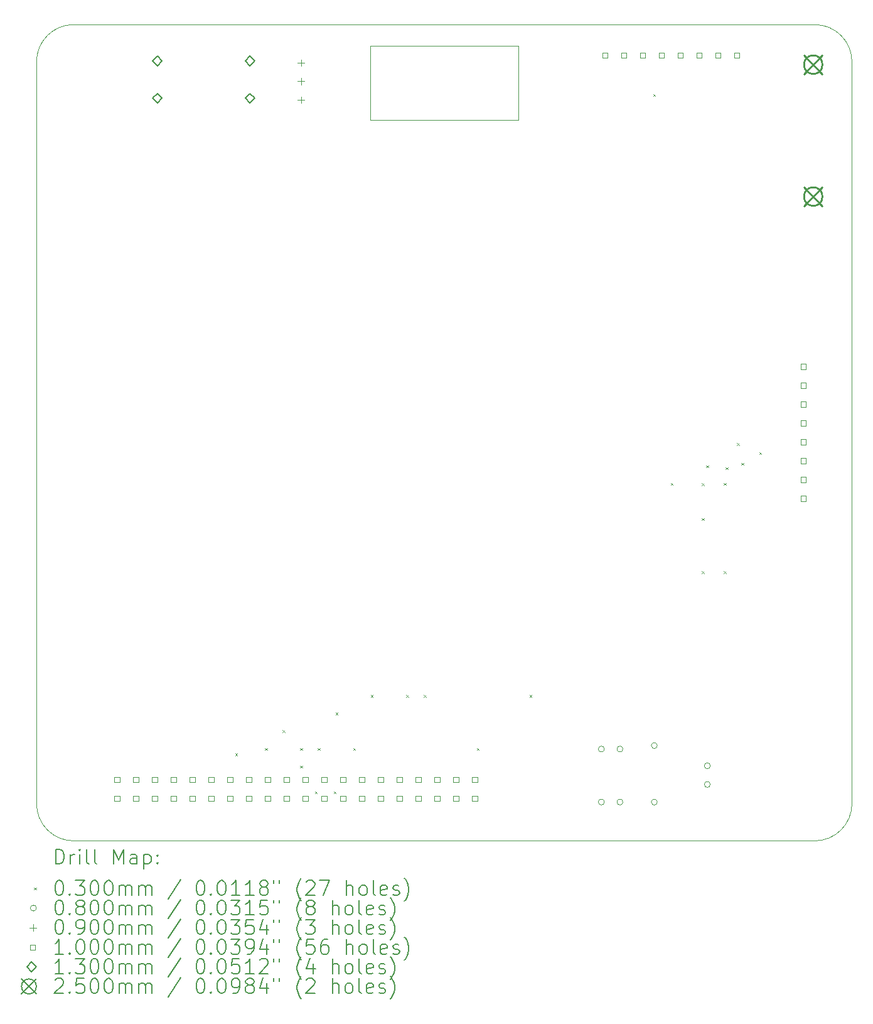
<source format=gbr>
%TF.GenerationSoftware,KiCad,Pcbnew,9.0.2*%
%TF.CreationDate,2025-06-25T13:35:39-04:00*%
%TF.ProjectId,PaperCam_Kicad,50617065-7243-4616-9d5f-4b696361642e,rev?*%
%TF.SameCoordinates,Original*%
%TF.FileFunction,Drillmap*%
%TF.FilePolarity,Positive*%
%FSLAX45Y45*%
G04 Gerber Fmt 4.5, Leading zero omitted, Abs format (unit mm)*
G04 Created by KiCad (PCBNEW 9.0.2) date 2025-06-25 13:35:39*
%MOMM*%
%LPD*%
G01*
G04 APERTURE LIST*
%ADD10C,0.050000*%
%ADD11C,0.200000*%
%ADD12C,0.100000*%
%ADD13C,0.130000*%
%ADD14C,0.250000*%
G04 APERTURE END LIST*
D10*
X0Y-10500000D02*
X0Y-500000D01*
X10500000Y-11000000D02*
X500000Y-11000000D01*
X10500000Y0D02*
G75*
G02*
X11000000Y-500000I0J-500000D01*
G01*
X500000Y-11000000D02*
G75*
G02*
X0Y-10500000I0J500000D01*
G01*
X11000000Y-500000D02*
X11000000Y-10500000D01*
X0Y-500000D02*
G75*
G02*
X500000Y0I500000J0D01*
G01*
X500000Y0D02*
X10500000Y0D01*
X4500000Y-287500D02*
X6500000Y-287500D01*
X6500000Y-1287500D01*
X4500000Y-1287500D01*
X4500000Y-287500D01*
X11000000Y-10500000D02*
G75*
G02*
X10500000Y-11000000I-500000J0D01*
G01*
D11*
D12*
X2678438Y-9822188D02*
X2708438Y-9852188D01*
X2708438Y-9822188D02*
X2678438Y-9852188D01*
X3080625Y-9748125D02*
X3110625Y-9778125D01*
X3110625Y-9748125D02*
X3080625Y-9778125D01*
X3318750Y-9510000D02*
X3348750Y-9540000D01*
X3348750Y-9510000D02*
X3318750Y-9540000D01*
X3556875Y-9748125D02*
X3586875Y-9778125D01*
X3586875Y-9748125D02*
X3556875Y-9778125D01*
X3556875Y-9986250D02*
X3586875Y-10016250D01*
X3586875Y-9986250D02*
X3556875Y-10016250D01*
X3755831Y-10334350D02*
X3785831Y-10364350D01*
X3785831Y-10334350D02*
X3755831Y-10364350D01*
X3795000Y-9748125D02*
X3825000Y-9778125D01*
X3825000Y-9748125D02*
X3795000Y-9778125D01*
X4009831Y-10334350D02*
X4039831Y-10364350D01*
X4039831Y-10334350D02*
X4009831Y-10364350D01*
X4033125Y-9271875D02*
X4063125Y-9301875D01*
X4063125Y-9271875D02*
X4033125Y-9301875D01*
X4271250Y-9748125D02*
X4301250Y-9778125D01*
X4301250Y-9748125D02*
X4271250Y-9778125D01*
X4509375Y-9033750D02*
X4539375Y-9063750D01*
X4539375Y-9033750D02*
X4509375Y-9063750D01*
X4985625Y-9033750D02*
X5015625Y-9063750D01*
X5015625Y-9033750D02*
X4985625Y-9063750D01*
X5223750Y-9033750D02*
X5253750Y-9063750D01*
X5253750Y-9033750D02*
X5223750Y-9063750D01*
X5938125Y-9748125D02*
X5968125Y-9778125D01*
X5968125Y-9748125D02*
X5938125Y-9778125D01*
X6652500Y-9033750D02*
X6682500Y-9063750D01*
X6682500Y-9033750D02*
X6652500Y-9063750D01*
X8319375Y-937500D02*
X8349375Y-967500D01*
X8349375Y-937500D02*
X8319375Y-967500D01*
X8557500Y-6176250D02*
X8587500Y-6206250D01*
X8587500Y-6176250D02*
X8557500Y-6206250D01*
X8973750Y-6181427D02*
X9003750Y-6211427D01*
X9003750Y-6181427D02*
X8973750Y-6211427D01*
X8973750Y-6652500D02*
X9003750Y-6682500D01*
X9003750Y-6652500D02*
X8973750Y-6682500D01*
X8973750Y-7366875D02*
X9003750Y-7396875D01*
X9003750Y-7366875D02*
X8973750Y-7396875D01*
X9033750Y-5938125D02*
X9063750Y-5968125D01*
X9063750Y-5938125D02*
X9033750Y-5968125D01*
X9271875Y-6176250D02*
X9301875Y-6206250D01*
X9301875Y-6176250D02*
X9271875Y-6206250D01*
X9271875Y-7366875D02*
X9301875Y-7396875D01*
X9301875Y-7366875D02*
X9271875Y-7396875D01*
X9297884Y-5964134D02*
X9327884Y-5994134D01*
X9327884Y-5964134D02*
X9297884Y-5994134D01*
X9451156Y-5641156D02*
X9481156Y-5671156D01*
X9481156Y-5641156D02*
X9451156Y-5671156D01*
X9510000Y-5904134D02*
X9540000Y-5934134D01*
X9540000Y-5904134D02*
X9510000Y-5934134D01*
X9748125Y-5760000D02*
X9778125Y-5790000D01*
X9778125Y-5760000D02*
X9748125Y-5790000D01*
X7660000Y-9763125D02*
G75*
G02*
X7580000Y-9763125I-40000J0D01*
G01*
X7580000Y-9763125D02*
G75*
G02*
X7660000Y-9763125I40000J0D01*
G01*
X7660000Y-10477500D02*
G75*
G02*
X7580000Y-10477500I-40000J0D01*
G01*
X7580000Y-10477500D02*
G75*
G02*
X7660000Y-10477500I40000J0D01*
G01*
X7910000Y-9763125D02*
G75*
G02*
X7830000Y-9763125I-40000J0D01*
G01*
X7830000Y-9763125D02*
G75*
G02*
X7910000Y-9763125I40000J0D01*
G01*
X7910000Y-10477500D02*
G75*
G02*
X7830000Y-10477500I-40000J0D01*
G01*
X7830000Y-10477500D02*
G75*
G02*
X7910000Y-10477500I40000J0D01*
G01*
X8374375Y-9715500D02*
G75*
G02*
X8294375Y-9715500I-40000J0D01*
G01*
X8294375Y-9715500D02*
G75*
G02*
X8374375Y-9715500I40000J0D01*
G01*
X8374375Y-10477500D02*
G75*
G02*
X8294375Y-10477500I-40000J0D01*
G01*
X8294375Y-10477500D02*
G75*
G02*
X8374375Y-10477500I40000J0D01*
G01*
X9088750Y-9989375D02*
G75*
G02*
X9008750Y-9989375I-40000J0D01*
G01*
X9008750Y-9989375D02*
G75*
G02*
X9088750Y-9989375I40000J0D01*
G01*
X9088750Y-10239375D02*
G75*
G02*
X9008750Y-10239375I-40000J0D01*
G01*
X9008750Y-10239375D02*
G75*
G02*
X9088750Y-10239375I40000J0D01*
G01*
X3569474Y-469230D02*
X3569474Y-559231D01*
X3524474Y-514230D02*
X3614474Y-514230D01*
X3569474Y-719230D02*
X3569474Y-809230D01*
X3524474Y-764230D02*
X3614474Y-764230D01*
X3569474Y-969230D02*
X3569474Y-1059231D01*
X3524474Y-1014230D02*
X3614474Y-1014230D01*
X1121731Y-10209606D02*
X1121731Y-10138894D01*
X1051019Y-10138894D01*
X1051019Y-10209606D01*
X1121731Y-10209606D01*
X1121731Y-10463606D02*
X1121731Y-10392894D01*
X1051019Y-10392894D01*
X1051019Y-10463606D01*
X1121731Y-10463606D01*
X1375731Y-10209606D02*
X1375731Y-10138894D01*
X1305019Y-10138894D01*
X1305019Y-10209606D01*
X1375731Y-10209606D01*
X1375731Y-10463606D02*
X1375731Y-10392894D01*
X1305019Y-10392894D01*
X1305019Y-10463606D01*
X1375731Y-10463606D01*
X1629731Y-10209606D02*
X1629731Y-10138894D01*
X1559019Y-10138894D01*
X1559019Y-10209606D01*
X1629731Y-10209606D01*
X1629731Y-10463606D02*
X1629731Y-10392894D01*
X1559019Y-10392894D01*
X1559019Y-10463606D01*
X1629731Y-10463606D01*
X1883731Y-10209606D02*
X1883731Y-10138894D01*
X1813019Y-10138894D01*
X1813019Y-10209606D01*
X1883731Y-10209606D01*
X1883731Y-10463606D02*
X1883731Y-10392894D01*
X1813019Y-10392894D01*
X1813019Y-10463606D01*
X1883731Y-10463606D01*
X2137731Y-10209606D02*
X2137731Y-10138894D01*
X2067019Y-10138894D01*
X2067019Y-10209606D01*
X2137731Y-10209606D01*
X2137731Y-10463606D02*
X2137731Y-10392894D01*
X2067019Y-10392894D01*
X2067019Y-10463606D01*
X2137731Y-10463606D01*
X2391731Y-10209606D02*
X2391731Y-10138894D01*
X2321019Y-10138894D01*
X2321019Y-10209606D01*
X2391731Y-10209606D01*
X2391731Y-10463606D02*
X2391731Y-10392894D01*
X2321019Y-10392894D01*
X2321019Y-10463606D01*
X2391731Y-10463606D01*
X2645731Y-10209606D02*
X2645731Y-10138894D01*
X2575019Y-10138894D01*
X2575019Y-10209606D01*
X2645731Y-10209606D01*
X2645731Y-10463606D02*
X2645731Y-10392894D01*
X2575019Y-10392894D01*
X2575019Y-10463606D01*
X2645731Y-10463606D01*
X2899731Y-10209606D02*
X2899731Y-10138894D01*
X2829019Y-10138894D01*
X2829019Y-10209606D01*
X2899731Y-10209606D01*
X2899731Y-10463606D02*
X2899731Y-10392894D01*
X2829019Y-10392894D01*
X2829019Y-10463606D01*
X2899731Y-10463606D01*
X3153731Y-10209606D02*
X3153731Y-10138894D01*
X3083019Y-10138894D01*
X3083019Y-10209606D01*
X3153731Y-10209606D01*
X3153731Y-10463606D02*
X3153731Y-10392894D01*
X3083019Y-10392894D01*
X3083019Y-10463606D01*
X3153731Y-10463606D01*
X3407731Y-10209606D02*
X3407731Y-10138894D01*
X3337019Y-10138894D01*
X3337019Y-10209606D01*
X3407731Y-10209606D01*
X3407731Y-10463606D02*
X3407731Y-10392894D01*
X3337019Y-10392894D01*
X3337019Y-10463606D01*
X3407731Y-10463606D01*
X3661731Y-10209606D02*
X3661731Y-10138894D01*
X3591019Y-10138894D01*
X3591019Y-10209606D01*
X3661731Y-10209606D01*
X3661731Y-10463606D02*
X3661731Y-10392894D01*
X3591019Y-10392894D01*
X3591019Y-10463606D01*
X3661731Y-10463606D01*
X3915731Y-10209606D02*
X3915731Y-10138894D01*
X3845019Y-10138894D01*
X3845019Y-10209606D01*
X3915731Y-10209606D01*
X3915731Y-10463606D02*
X3915731Y-10392894D01*
X3845019Y-10392894D01*
X3845019Y-10463606D01*
X3915731Y-10463606D01*
X4169731Y-10209606D02*
X4169731Y-10138894D01*
X4099019Y-10138894D01*
X4099019Y-10209606D01*
X4169731Y-10209606D01*
X4169731Y-10463606D02*
X4169731Y-10392894D01*
X4099019Y-10392894D01*
X4099019Y-10463606D01*
X4169731Y-10463606D01*
X4423731Y-10209606D02*
X4423731Y-10138894D01*
X4353019Y-10138894D01*
X4353019Y-10209606D01*
X4423731Y-10209606D01*
X4423731Y-10463606D02*
X4423731Y-10392894D01*
X4353019Y-10392894D01*
X4353019Y-10463606D01*
X4423731Y-10463606D01*
X4677731Y-10209606D02*
X4677731Y-10138894D01*
X4607019Y-10138894D01*
X4607019Y-10209606D01*
X4677731Y-10209606D01*
X4677731Y-10463606D02*
X4677731Y-10392894D01*
X4607019Y-10392894D01*
X4607019Y-10463606D01*
X4677731Y-10463606D01*
X4931731Y-10209606D02*
X4931731Y-10138894D01*
X4861019Y-10138894D01*
X4861019Y-10209606D01*
X4931731Y-10209606D01*
X4931731Y-10463606D02*
X4931731Y-10392894D01*
X4861019Y-10392894D01*
X4861019Y-10463606D01*
X4931731Y-10463606D01*
X5185731Y-10209606D02*
X5185731Y-10138894D01*
X5115019Y-10138894D01*
X5115019Y-10209606D01*
X5185731Y-10209606D01*
X5185731Y-10463606D02*
X5185731Y-10392894D01*
X5115019Y-10392894D01*
X5115019Y-10463606D01*
X5185731Y-10463606D01*
X5439731Y-10209606D02*
X5439731Y-10138894D01*
X5369019Y-10138894D01*
X5369019Y-10209606D01*
X5439731Y-10209606D01*
X5439731Y-10463606D02*
X5439731Y-10392894D01*
X5369019Y-10392894D01*
X5369019Y-10463606D01*
X5439731Y-10463606D01*
X5693731Y-10209606D02*
X5693731Y-10138894D01*
X5623019Y-10138894D01*
X5623019Y-10209606D01*
X5693731Y-10209606D01*
X5693731Y-10463606D02*
X5693731Y-10392894D01*
X5623019Y-10392894D01*
X5623019Y-10463606D01*
X5693731Y-10463606D01*
X5947731Y-10209606D02*
X5947731Y-10138894D01*
X5877019Y-10138894D01*
X5877019Y-10209606D01*
X5947731Y-10209606D01*
X5947731Y-10463606D02*
X5947731Y-10392894D01*
X5877019Y-10392894D01*
X5877019Y-10463606D01*
X5947731Y-10463606D01*
X7706156Y-448106D02*
X7706156Y-377394D01*
X7635444Y-377394D01*
X7635444Y-448106D01*
X7706156Y-448106D01*
X7960156Y-448106D02*
X7960156Y-377394D01*
X7889444Y-377394D01*
X7889444Y-448106D01*
X7960156Y-448106D01*
X8214156Y-448106D02*
X8214156Y-377394D01*
X8143444Y-377394D01*
X8143444Y-448106D01*
X8214156Y-448106D01*
X8468156Y-448106D02*
X8468156Y-377394D01*
X8397444Y-377394D01*
X8397444Y-448106D01*
X8468156Y-448106D01*
X8722156Y-448106D02*
X8722156Y-377394D01*
X8651444Y-377394D01*
X8651444Y-448106D01*
X8722156Y-448106D01*
X8976156Y-448106D02*
X8976156Y-377394D01*
X8905444Y-377394D01*
X8905444Y-448106D01*
X8976156Y-448106D01*
X9230156Y-448106D02*
X9230156Y-377394D01*
X9159444Y-377394D01*
X9159444Y-448106D01*
X9230156Y-448106D01*
X9484156Y-448106D02*
X9484156Y-377394D01*
X9413444Y-377394D01*
X9413444Y-448106D01*
X9484156Y-448106D01*
X10381378Y-4642499D02*
X10381378Y-4571788D01*
X10310666Y-4571788D01*
X10310666Y-4642499D01*
X10381378Y-4642499D01*
X10381378Y-4896499D02*
X10381378Y-4825788D01*
X10310666Y-4825788D01*
X10310666Y-4896499D01*
X10381378Y-4896499D01*
X10381378Y-5150499D02*
X10381378Y-5079788D01*
X10310666Y-5079788D01*
X10310666Y-5150499D01*
X10381378Y-5150499D01*
X10381378Y-5404499D02*
X10381378Y-5333788D01*
X10310666Y-5333788D01*
X10310666Y-5404499D01*
X10381378Y-5404499D01*
X10381378Y-5658499D02*
X10381378Y-5587788D01*
X10310666Y-5587788D01*
X10310666Y-5658499D01*
X10381378Y-5658499D01*
X10381378Y-5912499D02*
X10381378Y-5841788D01*
X10310666Y-5841788D01*
X10310666Y-5912499D01*
X10381378Y-5912499D01*
X10381378Y-6166499D02*
X10381378Y-6095788D01*
X10310666Y-6095788D01*
X10310666Y-6166499D01*
X10381378Y-6166499D01*
X10381378Y-6420499D02*
X10381378Y-6349788D01*
X10310666Y-6349788D01*
X10310666Y-6420499D01*
X10381378Y-6420499D01*
D13*
X1629183Y-555887D02*
X1694183Y-490887D01*
X1629183Y-425887D01*
X1564183Y-490887D01*
X1629183Y-555887D01*
X1629183Y-1055887D02*
X1694183Y-990887D01*
X1629183Y-925887D01*
X1564183Y-990887D01*
X1629183Y-1055887D01*
X2879183Y-555887D02*
X2944183Y-490887D01*
X2879183Y-425887D01*
X2814183Y-490887D01*
X2879183Y-555887D01*
X2879183Y-1055887D02*
X2944183Y-990887D01*
X2879183Y-925887D01*
X2814183Y-990887D01*
X2879183Y-1055887D01*
D14*
X10352500Y-414750D02*
X10602500Y-664750D01*
X10602500Y-414750D02*
X10352500Y-664750D01*
X10602500Y-539750D02*
G75*
G02*
X10352500Y-539750I-125000J0D01*
G01*
X10352500Y-539750D02*
G75*
G02*
X10602500Y-539750I125000J0D01*
G01*
X10352500Y-2192750D02*
X10602500Y-2442750D01*
X10602500Y-2192750D02*
X10352500Y-2442750D01*
X10602500Y-2317750D02*
G75*
G02*
X10352500Y-2317750I-125000J0D01*
G01*
X10352500Y-2317750D02*
G75*
G02*
X10602500Y-2317750I125000J0D01*
G01*
D11*
X258277Y-11313984D02*
X258277Y-11113984D01*
X258277Y-11113984D02*
X305896Y-11113984D01*
X305896Y-11113984D02*
X334467Y-11123508D01*
X334467Y-11123508D02*
X353515Y-11142555D01*
X353515Y-11142555D02*
X363039Y-11161603D01*
X363039Y-11161603D02*
X372562Y-11199698D01*
X372562Y-11199698D02*
X372562Y-11228269D01*
X372562Y-11228269D02*
X363039Y-11266365D01*
X363039Y-11266365D02*
X353515Y-11285412D01*
X353515Y-11285412D02*
X334467Y-11304460D01*
X334467Y-11304460D02*
X305896Y-11313984D01*
X305896Y-11313984D02*
X258277Y-11313984D01*
X458277Y-11313984D02*
X458277Y-11180650D01*
X458277Y-11218746D02*
X467801Y-11199698D01*
X467801Y-11199698D02*
X477324Y-11190174D01*
X477324Y-11190174D02*
X496372Y-11180650D01*
X496372Y-11180650D02*
X515420Y-11180650D01*
X582086Y-11313984D02*
X582086Y-11180650D01*
X582086Y-11113984D02*
X572563Y-11123508D01*
X572563Y-11123508D02*
X582086Y-11133031D01*
X582086Y-11133031D02*
X591610Y-11123508D01*
X591610Y-11123508D02*
X582086Y-11113984D01*
X582086Y-11113984D02*
X582086Y-11133031D01*
X705896Y-11313984D02*
X686848Y-11304460D01*
X686848Y-11304460D02*
X677324Y-11285412D01*
X677324Y-11285412D02*
X677324Y-11113984D01*
X810658Y-11313984D02*
X791610Y-11304460D01*
X791610Y-11304460D02*
X782086Y-11285412D01*
X782086Y-11285412D02*
X782086Y-11113984D01*
X1039229Y-11313984D02*
X1039229Y-11113984D01*
X1039229Y-11113984D02*
X1105896Y-11256841D01*
X1105896Y-11256841D02*
X1172563Y-11113984D01*
X1172563Y-11113984D02*
X1172563Y-11313984D01*
X1353515Y-11313984D02*
X1353515Y-11209222D01*
X1353515Y-11209222D02*
X1343991Y-11190174D01*
X1343991Y-11190174D02*
X1324944Y-11180650D01*
X1324944Y-11180650D02*
X1286848Y-11180650D01*
X1286848Y-11180650D02*
X1267801Y-11190174D01*
X1353515Y-11304460D02*
X1334467Y-11313984D01*
X1334467Y-11313984D02*
X1286848Y-11313984D01*
X1286848Y-11313984D02*
X1267801Y-11304460D01*
X1267801Y-11304460D02*
X1258277Y-11285412D01*
X1258277Y-11285412D02*
X1258277Y-11266365D01*
X1258277Y-11266365D02*
X1267801Y-11247317D01*
X1267801Y-11247317D02*
X1286848Y-11237793D01*
X1286848Y-11237793D02*
X1334467Y-11237793D01*
X1334467Y-11237793D02*
X1353515Y-11228269D01*
X1448753Y-11180650D02*
X1448753Y-11380650D01*
X1448753Y-11190174D02*
X1467801Y-11180650D01*
X1467801Y-11180650D02*
X1505896Y-11180650D01*
X1505896Y-11180650D02*
X1524943Y-11190174D01*
X1524943Y-11190174D02*
X1534467Y-11199698D01*
X1534467Y-11199698D02*
X1543991Y-11218746D01*
X1543991Y-11218746D02*
X1543991Y-11275888D01*
X1543991Y-11275888D02*
X1534467Y-11294936D01*
X1534467Y-11294936D02*
X1524943Y-11304460D01*
X1524943Y-11304460D02*
X1505896Y-11313984D01*
X1505896Y-11313984D02*
X1467801Y-11313984D01*
X1467801Y-11313984D02*
X1448753Y-11304460D01*
X1629705Y-11294936D02*
X1639229Y-11304460D01*
X1639229Y-11304460D02*
X1629705Y-11313984D01*
X1629705Y-11313984D02*
X1620182Y-11304460D01*
X1620182Y-11304460D02*
X1629705Y-11294936D01*
X1629705Y-11294936D02*
X1629705Y-11313984D01*
X1629705Y-11190174D02*
X1639229Y-11199698D01*
X1639229Y-11199698D02*
X1629705Y-11209222D01*
X1629705Y-11209222D02*
X1620182Y-11199698D01*
X1620182Y-11199698D02*
X1629705Y-11190174D01*
X1629705Y-11190174D02*
X1629705Y-11209222D01*
D12*
X-32500Y-11627500D02*
X-2500Y-11657500D01*
X-2500Y-11627500D02*
X-32500Y-11657500D01*
D11*
X296372Y-11533984D02*
X315420Y-11533984D01*
X315420Y-11533984D02*
X334467Y-11543508D01*
X334467Y-11543508D02*
X343991Y-11553031D01*
X343991Y-11553031D02*
X353515Y-11572079D01*
X353515Y-11572079D02*
X363039Y-11610174D01*
X363039Y-11610174D02*
X363039Y-11657793D01*
X363039Y-11657793D02*
X353515Y-11695888D01*
X353515Y-11695888D02*
X343991Y-11714936D01*
X343991Y-11714936D02*
X334467Y-11724460D01*
X334467Y-11724460D02*
X315420Y-11733984D01*
X315420Y-11733984D02*
X296372Y-11733984D01*
X296372Y-11733984D02*
X277324Y-11724460D01*
X277324Y-11724460D02*
X267801Y-11714936D01*
X267801Y-11714936D02*
X258277Y-11695888D01*
X258277Y-11695888D02*
X248753Y-11657793D01*
X248753Y-11657793D02*
X248753Y-11610174D01*
X248753Y-11610174D02*
X258277Y-11572079D01*
X258277Y-11572079D02*
X267801Y-11553031D01*
X267801Y-11553031D02*
X277324Y-11543508D01*
X277324Y-11543508D02*
X296372Y-11533984D01*
X448753Y-11714936D02*
X458277Y-11724460D01*
X458277Y-11724460D02*
X448753Y-11733984D01*
X448753Y-11733984D02*
X439229Y-11724460D01*
X439229Y-11724460D02*
X448753Y-11714936D01*
X448753Y-11714936D02*
X448753Y-11733984D01*
X524944Y-11533984D02*
X648753Y-11533984D01*
X648753Y-11533984D02*
X582086Y-11610174D01*
X582086Y-11610174D02*
X610658Y-11610174D01*
X610658Y-11610174D02*
X629705Y-11619698D01*
X629705Y-11619698D02*
X639229Y-11629222D01*
X639229Y-11629222D02*
X648753Y-11648269D01*
X648753Y-11648269D02*
X648753Y-11695888D01*
X648753Y-11695888D02*
X639229Y-11714936D01*
X639229Y-11714936D02*
X629705Y-11724460D01*
X629705Y-11724460D02*
X610658Y-11733984D01*
X610658Y-11733984D02*
X553515Y-11733984D01*
X553515Y-11733984D02*
X534467Y-11724460D01*
X534467Y-11724460D02*
X524944Y-11714936D01*
X772562Y-11533984D02*
X791610Y-11533984D01*
X791610Y-11533984D02*
X810658Y-11543508D01*
X810658Y-11543508D02*
X820182Y-11553031D01*
X820182Y-11553031D02*
X829705Y-11572079D01*
X829705Y-11572079D02*
X839229Y-11610174D01*
X839229Y-11610174D02*
X839229Y-11657793D01*
X839229Y-11657793D02*
X829705Y-11695888D01*
X829705Y-11695888D02*
X820182Y-11714936D01*
X820182Y-11714936D02*
X810658Y-11724460D01*
X810658Y-11724460D02*
X791610Y-11733984D01*
X791610Y-11733984D02*
X772562Y-11733984D01*
X772562Y-11733984D02*
X753515Y-11724460D01*
X753515Y-11724460D02*
X743991Y-11714936D01*
X743991Y-11714936D02*
X734467Y-11695888D01*
X734467Y-11695888D02*
X724943Y-11657793D01*
X724943Y-11657793D02*
X724943Y-11610174D01*
X724943Y-11610174D02*
X734467Y-11572079D01*
X734467Y-11572079D02*
X743991Y-11553031D01*
X743991Y-11553031D02*
X753515Y-11543508D01*
X753515Y-11543508D02*
X772562Y-11533984D01*
X963039Y-11533984D02*
X982086Y-11533984D01*
X982086Y-11533984D02*
X1001134Y-11543508D01*
X1001134Y-11543508D02*
X1010658Y-11553031D01*
X1010658Y-11553031D02*
X1020182Y-11572079D01*
X1020182Y-11572079D02*
X1029705Y-11610174D01*
X1029705Y-11610174D02*
X1029705Y-11657793D01*
X1029705Y-11657793D02*
X1020182Y-11695888D01*
X1020182Y-11695888D02*
X1010658Y-11714936D01*
X1010658Y-11714936D02*
X1001134Y-11724460D01*
X1001134Y-11724460D02*
X982086Y-11733984D01*
X982086Y-11733984D02*
X963039Y-11733984D01*
X963039Y-11733984D02*
X943991Y-11724460D01*
X943991Y-11724460D02*
X934467Y-11714936D01*
X934467Y-11714936D02*
X924943Y-11695888D01*
X924943Y-11695888D02*
X915420Y-11657793D01*
X915420Y-11657793D02*
X915420Y-11610174D01*
X915420Y-11610174D02*
X924943Y-11572079D01*
X924943Y-11572079D02*
X934467Y-11553031D01*
X934467Y-11553031D02*
X943991Y-11543508D01*
X943991Y-11543508D02*
X963039Y-11533984D01*
X1115420Y-11733984D02*
X1115420Y-11600650D01*
X1115420Y-11619698D02*
X1124944Y-11610174D01*
X1124944Y-11610174D02*
X1143991Y-11600650D01*
X1143991Y-11600650D02*
X1172563Y-11600650D01*
X1172563Y-11600650D02*
X1191610Y-11610174D01*
X1191610Y-11610174D02*
X1201134Y-11629222D01*
X1201134Y-11629222D02*
X1201134Y-11733984D01*
X1201134Y-11629222D02*
X1210658Y-11610174D01*
X1210658Y-11610174D02*
X1229705Y-11600650D01*
X1229705Y-11600650D02*
X1258277Y-11600650D01*
X1258277Y-11600650D02*
X1277325Y-11610174D01*
X1277325Y-11610174D02*
X1286848Y-11629222D01*
X1286848Y-11629222D02*
X1286848Y-11733984D01*
X1382086Y-11733984D02*
X1382086Y-11600650D01*
X1382086Y-11619698D02*
X1391610Y-11610174D01*
X1391610Y-11610174D02*
X1410658Y-11600650D01*
X1410658Y-11600650D02*
X1439229Y-11600650D01*
X1439229Y-11600650D02*
X1458277Y-11610174D01*
X1458277Y-11610174D02*
X1467801Y-11629222D01*
X1467801Y-11629222D02*
X1467801Y-11733984D01*
X1467801Y-11629222D02*
X1477324Y-11610174D01*
X1477324Y-11610174D02*
X1496372Y-11600650D01*
X1496372Y-11600650D02*
X1524943Y-11600650D01*
X1524943Y-11600650D02*
X1543991Y-11610174D01*
X1543991Y-11610174D02*
X1553515Y-11629222D01*
X1553515Y-11629222D02*
X1553515Y-11733984D01*
X1943991Y-11524460D02*
X1772563Y-11781603D01*
X2201134Y-11533984D02*
X2220182Y-11533984D01*
X2220182Y-11533984D02*
X2239229Y-11543508D01*
X2239229Y-11543508D02*
X2248753Y-11553031D01*
X2248753Y-11553031D02*
X2258277Y-11572079D01*
X2258277Y-11572079D02*
X2267801Y-11610174D01*
X2267801Y-11610174D02*
X2267801Y-11657793D01*
X2267801Y-11657793D02*
X2258277Y-11695888D01*
X2258277Y-11695888D02*
X2248753Y-11714936D01*
X2248753Y-11714936D02*
X2239229Y-11724460D01*
X2239229Y-11724460D02*
X2220182Y-11733984D01*
X2220182Y-11733984D02*
X2201134Y-11733984D01*
X2201134Y-11733984D02*
X2182087Y-11724460D01*
X2182087Y-11724460D02*
X2172563Y-11714936D01*
X2172563Y-11714936D02*
X2163039Y-11695888D01*
X2163039Y-11695888D02*
X2153515Y-11657793D01*
X2153515Y-11657793D02*
X2153515Y-11610174D01*
X2153515Y-11610174D02*
X2163039Y-11572079D01*
X2163039Y-11572079D02*
X2172563Y-11553031D01*
X2172563Y-11553031D02*
X2182087Y-11543508D01*
X2182087Y-11543508D02*
X2201134Y-11533984D01*
X2353515Y-11714936D02*
X2363039Y-11724460D01*
X2363039Y-11724460D02*
X2353515Y-11733984D01*
X2353515Y-11733984D02*
X2343991Y-11724460D01*
X2343991Y-11724460D02*
X2353515Y-11714936D01*
X2353515Y-11714936D02*
X2353515Y-11733984D01*
X2486848Y-11533984D02*
X2505896Y-11533984D01*
X2505896Y-11533984D02*
X2524944Y-11543508D01*
X2524944Y-11543508D02*
X2534468Y-11553031D01*
X2534468Y-11553031D02*
X2543991Y-11572079D01*
X2543991Y-11572079D02*
X2553515Y-11610174D01*
X2553515Y-11610174D02*
X2553515Y-11657793D01*
X2553515Y-11657793D02*
X2543991Y-11695888D01*
X2543991Y-11695888D02*
X2534468Y-11714936D01*
X2534468Y-11714936D02*
X2524944Y-11724460D01*
X2524944Y-11724460D02*
X2505896Y-11733984D01*
X2505896Y-11733984D02*
X2486848Y-11733984D01*
X2486848Y-11733984D02*
X2467801Y-11724460D01*
X2467801Y-11724460D02*
X2458277Y-11714936D01*
X2458277Y-11714936D02*
X2448753Y-11695888D01*
X2448753Y-11695888D02*
X2439229Y-11657793D01*
X2439229Y-11657793D02*
X2439229Y-11610174D01*
X2439229Y-11610174D02*
X2448753Y-11572079D01*
X2448753Y-11572079D02*
X2458277Y-11553031D01*
X2458277Y-11553031D02*
X2467801Y-11543508D01*
X2467801Y-11543508D02*
X2486848Y-11533984D01*
X2743991Y-11733984D02*
X2629706Y-11733984D01*
X2686848Y-11733984D02*
X2686848Y-11533984D01*
X2686848Y-11533984D02*
X2667801Y-11562555D01*
X2667801Y-11562555D02*
X2648753Y-11581603D01*
X2648753Y-11581603D02*
X2629706Y-11591127D01*
X2934467Y-11733984D02*
X2820182Y-11733984D01*
X2877325Y-11733984D02*
X2877325Y-11533984D01*
X2877325Y-11533984D02*
X2858277Y-11562555D01*
X2858277Y-11562555D02*
X2839229Y-11581603D01*
X2839229Y-11581603D02*
X2820182Y-11591127D01*
X3048753Y-11619698D02*
X3029706Y-11610174D01*
X3029706Y-11610174D02*
X3020182Y-11600650D01*
X3020182Y-11600650D02*
X3010658Y-11581603D01*
X3010658Y-11581603D02*
X3010658Y-11572079D01*
X3010658Y-11572079D02*
X3020182Y-11553031D01*
X3020182Y-11553031D02*
X3029706Y-11543508D01*
X3029706Y-11543508D02*
X3048753Y-11533984D01*
X3048753Y-11533984D02*
X3086848Y-11533984D01*
X3086848Y-11533984D02*
X3105896Y-11543508D01*
X3105896Y-11543508D02*
X3115420Y-11553031D01*
X3115420Y-11553031D02*
X3124944Y-11572079D01*
X3124944Y-11572079D02*
X3124944Y-11581603D01*
X3124944Y-11581603D02*
X3115420Y-11600650D01*
X3115420Y-11600650D02*
X3105896Y-11610174D01*
X3105896Y-11610174D02*
X3086848Y-11619698D01*
X3086848Y-11619698D02*
X3048753Y-11619698D01*
X3048753Y-11619698D02*
X3029706Y-11629222D01*
X3029706Y-11629222D02*
X3020182Y-11638746D01*
X3020182Y-11638746D02*
X3010658Y-11657793D01*
X3010658Y-11657793D02*
X3010658Y-11695888D01*
X3010658Y-11695888D02*
X3020182Y-11714936D01*
X3020182Y-11714936D02*
X3029706Y-11724460D01*
X3029706Y-11724460D02*
X3048753Y-11733984D01*
X3048753Y-11733984D02*
X3086848Y-11733984D01*
X3086848Y-11733984D02*
X3105896Y-11724460D01*
X3105896Y-11724460D02*
X3115420Y-11714936D01*
X3115420Y-11714936D02*
X3124944Y-11695888D01*
X3124944Y-11695888D02*
X3124944Y-11657793D01*
X3124944Y-11657793D02*
X3115420Y-11638746D01*
X3115420Y-11638746D02*
X3105896Y-11629222D01*
X3105896Y-11629222D02*
X3086848Y-11619698D01*
X3201134Y-11533984D02*
X3201134Y-11572079D01*
X3277325Y-11533984D02*
X3277325Y-11572079D01*
X3572563Y-11810174D02*
X3563039Y-11800650D01*
X3563039Y-11800650D02*
X3543991Y-11772079D01*
X3543991Y-11772079D02*
X3534468Y-11753031D01*
X3534468Y-11753031D02*
X3524944Y-11724460D01*
X3524944Y-11724460D02*
X3515420Y-11676841D01*
X3515420Y-11676841D02*
X3515420Y-11638746D01*
X3515420Y-11638746D02*
X3524944Y-11591127D01*
X3524944Y-11591127D02*
X3534468Y-11562555D01*
X3534468Y-11562555D02*
X3543991Y-11543508D01*
X3543991Y-11543508D02*
X3563039Y-11514936D01*
X3563039Y-11514936D02*
X3572563Y-11505412D01*
X3639229Y-11553031D02*
X3648753Y-11543508D01*
X3648753Y-11543508D02*
X3667801Y-11533984D01*
X3667801Y-11533984D02*
X3715420Y-11533984D01*
X3715420Y-11533984D02*
X3734468Y-11543508D01*
X3734468Y-11543508D02*
X3743991Y-11553031D01*
X3743991Y-11553031D02*
X3753515Y-11572079D01*
X3753515Y-11572079D02*
X3753515Y-11591127D01*
X3753515Y-11591127D02*
X3743991Y-11619698D01*
X3743991Y-11619698D02*
X3629706Y-11733984D01*
X3629706Y-11733984D02*
X3753515Y-11733984D01*
X3820182Y-11533984D02*
X3953515Y-11533984D01*
X3953515Y-11533984D02*
X3867801Y-11733984D01*
X4182087Y-11733984D02*
X4182087Y-11533984D01*
X4267801Y-11733984D02*
X4267801Y-11629222D01*
X4267801Y-11629222D02*
X4258277Y-11610174D01*
X4258277Y-11610174D02*
X4239230Y-11600650D01*
X4239230Y-11600650D02*
X4210658Y-11600650D01*
X4210658Y-11600650D02*
X4191610Y-11610174D01*
X4191610Y-11610174D02*
X4182087Y-11619698D01*
X4391611Y-11733984D02*
X4372563Y-11724460D01*
X4372563Y-11724460D02*
X4363039Y-11714936D01*
X4363039Y-11714936D02*
X4353515Y-11695888D01*
X4353515Y-11695888D02*
X4353515Y-11638746D01*
X4353515Y-11638746D02*
X4363039Y-11619698D01*
X4363039Y-11619698D02*
X4372563Y-11610174D01*
X4372563Y-11610174D02*
X4391611Y-11600650D01*
X4391611Y-11600650D02*
X4420182Y-11600650D01*
X4420182Y-11600650D02*
X4439230Y-11610174D01*
X4439230Y-11610174D02*
X4448753Y-11619698D01*
X4448753Y-11619698D02*
X4458277Y-11638746D01*
X4458277Y-11638746D02*
X4458277Y-11695888D01*
X4458277Y-11695888D02*
X4448753Y-11714936D01*
X4448753Y-11714936D02*
X4439230Y-11724460D01*
X4439230Y-11724460D02*
X4420182Y-11733984D01*
X4420182Y-11733984D02*
X4391611Y-11733984D01*
X4572563Y-11733984D02*
X4553515Y-11724460D01*
X4553515Y-11724460D02*
X4543992Y-11705412D01*
X4543992Y-11705412D02*
X4543992Y-11533984D01*
X4724944Y-11724460D02*
X4705896Y-11733984D01*
X4705896Y-11733984D02*
X4667801Y-11733984D01*
X4667801Y-11733984D02*
X4648753Y-11724460D01*
X4648753Y-11724460D02*
X4639230Y-11705412D01*
X4639230Y-11705412D02*
X4639230Y-11629222D01*
X4639230Y-11629222D02*
X4648753Y-11610174D01*
X4648753Y-11610174D02*
X4667801Y-11600650D01*
X4667801Y-11600650D02*
X4705896Y-11600650D01*
X4705896Y-11600650D02*
X4724944Y-11610174D01*
X4724944Y-11610174D02*
X4734468Y-11629222D01*
X4734468Y-11629222D02*
X4734468Y-11648269D01*
X4734468Y-11648269D02*
X4639230Y-11667317D01*
X4810658Y-11724460D02*
X4829706Y-11733984D01*
X4829706Y-11733984D02*
X4867801Y-11733984D01*
X4867801Y-11733984D02*
X4886849Y-11724460D01*
X4886849Y-11724460D02*
X4896373Y-11705412D01*
X4896373Y-11705412D02*
X4896373Y-11695888D01*
X4896373Y-11695888D02*
X4886849Y-11676841D01*
X4886849Y-11676841D02*
X4867801Y-11667317D01*
X4867801Y-11667317D02*
X4839230Y-11667317D01*
X4839230Y-11667317D02*
X4820182Y-11657793D01*
X4820182Y-11657793D02*
X4810658Y-11638746D01*
X4810658Y-11638746D02*
X4810658Y-11629222D01*
X4810658Y-11629222D02*
X4820182Y-11610174D01*
X4820182Y-11610174D02*
X4839230Y-11600650D01*
X4839230Y-11600650D02*
X4867801Y-11600650D01*
X4867801Y-11600650D02*
X4886849Y-11610174D01*
X4963039Y-11810174D02*
X4972563Y-11800650D01*
X4972563Y-11800650D02*
X4991611Y-11772079D01*
X4991611Y-11772079D02*
X5001134Y-11753031D01*
X5001134Y-11753031D02*
X5010658Y-11724460D01*
X5010658Y-11724460D02*
X5020182Y-11676841D01*
X5020182Y-11676841D02*
X5020182Y-11638746D01*
X5020182Y-11638746D02*
X5010658Y-11591127D01*
X5010658Y-11591127D02*
X5001134Y-11562555D01*
X5001134Y-11562555D02*
X4991611Y-11543508D01*
X4991611Y-11543508D02*
X4972563Y-11514936D01*
X4972563Y-11514936D02*
X4963039Y-11505412D01*
D12*
X-2500Y-11906500D02*
G75*
G02*
X-82500Y-11906500I-40000J0D01*
G01*
X-82500Y-11906500D02*
G75*
G02*
X-2500Y-11906500I40000J0D01*
G01*
D11*
X296372Y-11797984D02*
X315420Y-11797984D01*
X315420Y-11797984D02*
X334467Y-11807508D01*
X334467Y-11807508D02*
X343991Y-11817031D01*
X343991Y-11817031D02*
X353515Y-11836079D01*
X353515Y-11836079D02*
X363039Y-11874174D01*
X363039Y-11874174D02*
X363039Y-11921793D01*
X363039Y-11921793D02*
X353515Y-11959888D01*
X353515Y-11959888D02*
X343991Y-11978936D01*
X343991Y-11978936D02*
X334467Y-11988460D01*
X334467Y-11988460D02*
X315420Y-11997984D01*
X315420Y-11997984D02*
X296372Y-11997984D01*
X296372Y-11997984D02*
X277324Y-11988460D01*
X277324Y-11988460D02*
X267801Y-11978936D01*
X267801Y-11978936D02*
X258277Y-11959888D01*
X258277Y-11959888D02*
X248753Y-11921793D01*
X248753Y-11921793D02*
X248753Y-11874174D01*
X248753Y-11874174D02*
X258277Y-11836079D01*
X258277Y-11836079D02*
X267801Y-11817031D01*
X267801Y-11817031D02*
X277324Y-11807508D01*
X277324Y-11807508D02*
X296372Y-11797984D01*
X448753Y-11978936D02*
X458277Y-11988460D01*
X458277Y-11988460D02*
X448753Y-11997984D01*
X448753Y-11997984D02*
X439229Y-11988460D01*
X439229Y-11988460D02*
X448753Y-11978936D01*
X448753Y-11978936D02*
X448753Y-11997984D01*
X572563Y-11883698D02*
X553515Y-11874174D01*
X553515Y-11874174D02*
X543991Y-11864650D01*
X543991Y-11864650D02*
X534467Y-11845603D01*
X534467Y-11845603D02*
X534467Y-11836079D01*
X534467Y-11836079D02*
X543991Y-11817031D01*
X543991Y-11817031D02*
X553515Y-11807508D01*
X553515Y-11807508D02*
X572563Y-11797984D01*
X572563Y-11797984D02*
X610658Y-11797984D01*
X610658Y-11797984D02*
X629705Y-11807508D01*
X629705Y-11807508D02*
X639229Y-11817031D01*
X639229Y-11817031D02*
X648753Y-11836079D01*
X648753Y-11836079D02*
X648753Y-11845603D01*
X648753Y-11845603D02*
X639229Y-11864650D01*
X639229Y-11864650D02*
X629705Y-11874174D01*
X629705Y-11874174D02*
X610658Y-11883698D01*
X610658Y-11883698D02*
X572563Y-11883698D01*
X572563Y-11883698D02*
X553515Y-11893222D01*
X553515Y-11893222D02*
X543991Y-11902746D01*
X543991Y-11902746D02*
X534467Y-11921793D01*
X534467Y-11921793D02*
X534467Y-11959888D01*
X534467Y-11959888D02*
X543991Y-11978936D01*
X543991Y-11978936D02*
X553515Y-11988460D01*
X553515Y-11988460D02*
X572563Y-11997984D01*
X572563Y-11997984D02*
X610658Y-11997984D01*
X610658Y-11997984D02*
X629705Y-11988460D01*
X629705Y-11988460D02*
X639229Y-11978936D01*
X639229Y-11978936D02*
X648753Y-11959888D01*
X648753Y-11959888D02*
X648753Y-11921793D01*
X648753Y-11921793D02*
X639229Y-11902746D01*
X639229Y-11902746D02*
X629705Y-11893222D01*
X629705Y-11893222D02*
X610658Y-11883698D01*
X772562Y-11797984D02*
X791610Y-11797984D01*
X791610Y-11797984D02*
X810658Y-11807508D01*
X810658Y-11807508D02*
X820182Y-11817031D01*
X820182Y-11817031D02*
X829705Y-11836079D01*
X829705Y-11836079D02*
X839229Y-11874174D01*
X839229Y-11874174D02*
X839229Y-11921793D01*
X839229Y-11921793D02*
X829705Y-11959888D01*
X829705Y-11959888D02*
X820182Y-11978936D01*
X820182Y-11978936D02*
X810658Y-11988460D01*
X810658Y-11988460D02*
X791610Y-11997984D01*
X791610Y-11997984D02*
X772562Y-11997984D01*
X772562Y-11997984D02*
X753515Y-11988460D01*
X753515Y-11988460D02*
X743991Y-11978936D01*
X743991Y-11978936D02*
X734467Y-11959888D01*
X734467Y-11959888D02*
X724943Y-11921793D01*
X724943Y-11921793D02*
X724943Y-11874174D01*
X724943Y-11874174D02*
X734467Y-11836079D01*
X734467Y-11836079D02*
X743991Y-11817031D01*
X743991Y-11817031D02*
X753515Y-11807508D01*
X753515Y-11807508D02*
X772562Y-11797984D01*
X963039Y-11797984D02*
X982086Y-11797984D01*
X982086Y-11797984D02*
X1001134Y-11807508D01*
X1001134Y-11807508D02*
X1010658Y-11817031D01*
X1010658Y-11817031D02*
X1020182Y-11836079D01*
X1020182Y-11836079D02*
X1029705Y-11874174D01*
X1029705Y-11874174D02*
X1029705Y-11921793D01*
X1029705Y-11921793D02*
X1020182Y-11959888D01*
X1020182Y-11959888D02*
X1010658Y-11978936D01*
X1010658Y-11978936D02*
X1001134Y-11988460D01*
X1001134Y-11988460D02*
X982086Y-11997984D01*
X982086Y-11997984D02*
X963039Y-11997984D01*
X963039Y-11997984D02*
X943991Y-11988460D01*
X943991Y-11988460D02*
X934467Y-11978936D01*
X934467Y-11978936D02*
X924943Y-11959888D01*
X924943Y-11959888D02*
X915420Y-11921793D01*
X915420Y-11921793D02*
X915420Y-11874174D01*
X915420Y-11874174D02*
X924943Y-11836079D01*
X924943Y-11836079D02*
X934467Y-11817031D01*
X934467Y-11817031D02*
X943991Y-11807508D01*
X943991Y-11807508D02*
X963039Y-11797984D01*
X1115420Y-11997984D02*
X1115420Y-11864650D01*
X1115420Y-11883698D02*
X1124944Y-11874174D01*
X1124944Y-11874174D02*
X1143991Y-11864650D01*
X1143991Y-11864650D02*
X1172563Y-11864650D01*
X1172563Y-11864650D02*
X1191610Y-11874174D01*
X1191610Y-11874174D02*
X1201134Y-11893222D01*
X1201134Y-11893222D02*
X1201134Y-11997984D01*
X1201134Y-11893222D02*
X1210658Y-11874174D01*
X1210658Y-11874174D02*
X1229705Y-11864650D01*
X1229705Y-11864650D02*
X1258277Y-11864650D01*
X1258277Y-11864650D02*
X1277325Y-11874174D01*
X1277325Y-11874174D02*
X1286848Y-11893222D01*
X1286848Y-11893222D02*
X1286848Y-11997984D01*
X1382086Y-11997984D02*
X1382086Y-11864650D01*
X1382086Y-11883698D02*
X1391610Y-11874174D01*
X1391610Y-11874174D02*
X1410658Y-11864650D01*
X1410658Y-11864650D02*
X1439229Y-11864650D01*
X1439229Y-11864650D02*
X1458277Y-11874174D01*
X1458277Y-11874174D02*
X1467801Y-11893222D01*
X1467801Y-11893222D02*
X1467801Y-11997984D01*
X1467801Y-11893222D02*
X1477324Y-11874174D01*
X1477324Y-11874174D02*
X1496372Y-11864650D01*
X1496372Y-11864650D02*
X1524943Y-11864650D01*
X1524943Y-11864650D02*
X1543991Y-11874174D01*
X1543991Y-11874174D02*
X1553515Y-11893222D01*
X1553515Y-11893222D02*
X1553515Y-11997984D01*
X1943991Y-11788460D02*
X1772563Y-12045603D01*
X2201134Y-11797984D02*
X2220182Y-11797984D01*
X2220182Y-11797984D02*
X2239229Y-11807508D01*
X2239229Y-11807508D02*
X2248753Y-11817031D01*
X2248753Y-11817031D02*
X2258277Y-11836079D01*
X2258277Y-11836079D02*
X2267801Y-11874174D01*
X2267801Y-11874174D02*
X2267801Y-11921793D01*
X2267801Y-11921793D02*
X2258277Y-11959888D01*
X2258277Y-11959888D02*
X2248753Y-11978936D01*
X2248753Y-11978936D02*
X2239229Y-11988460D01*
X2239229Y-11988460D02*
X2220182Y-11997984D01*
X2220182Y-11997984D02*
X2201134Y-11997984D01*
X2201134Y-11997984D02*
X2182087Y-11988460D01*
X2182087Y-11988460D02*
X2172563Y-11978936D01*
X2172563Y-11978936D02*
X2163039Y-11959888D01*
X2163039Y-11959888D02*
X2153515Y-11921793D01*
X2153515Y-11921793D02*
X2153515Y-11874174D01*
X2153515Y-11874174D02*
X2163039Y-11836079D01*
X2163039Y-11836079D02*
X2172563Y-11817031D01*
X2172563Y-11817031D02*
X2182087Y-11807508D01*
X2182087Y-11807508D02*
X2201134Y-11797984D01*
X2353515Y-11978936D02*
X2363039Y-11988460D01*
X2363039Y-11988460D02*
X2353515Y-11997984D01*
X2353515Y-11997984D02*
X2343991Y-11988460D01*
X2343991Y-11988460D02*
X2353515Y-11978936D01*
X2353515Y-11978936D02*
X2353515Y-11997984D01*
X2486848Y-11797984D02*
X2505896Y-11797984D01*
X2505896Y-11797984D02*
X2524944Y-11807508D01*
X2524944Y-11807508D02*
X2534468Y-11817031D01*
X2534468Y-11817031D02*
X2543991Y-11836079D01*
X2543991Y-11836079D02*
X2553515Y-11874174D01*
X2553515Y-11874174D02*
X2553515Y-11921793D01*
X2553515Y-11921793D02*
X2543991Y-11959888D01*
X2543991Y-11959888D02*
X2534468Y-11978936D01*
X2534468Y-11978936D02*
X2524944Y-11988460D01*
X2524944Y-11988460D02*
X2505896Y-11997984D01*
X2505896Y-11997984D02*
X2486848Y-11997984D01*
X2486848Y-11997984D02*
X2467801Y-11988460D01*
X2467801Y-11988460D02*
X2458277Y-11978936D01*
X2458277Y-11978936D02*
X2448753Y-11959888D01*
X2448753Y-11959888D02*
X2439229Y-11921793D01*
X2439229Y-11921793D02*
X2439229Y-11874174D01*
X2439229Y-11874174D02*
X2448753Y-11836079D01*
X2448753Y-11836079D02*
X2458277Y-11817031D01*
X2458277Y-11817031D02*
X2467801Y-11807508D01*
X2467801Y-11807508D02*
X2486848Y-11797984D01*
X2620182Y-11797984D02*
X2743991Y-11797984D01*
X2743991Y-11797984D02*
X2677325Y-11874174D01*
X2677325Y-11874174D02*
X2705896Y-11874174D01*
X2705896Y-11874174D02*
X2724944Y-11883698D01*
X2724944Y-11883698D02*
X2734468Y-11893222D01*
X2734468Y-11893222D02*
X2743991Y-11912269D01*
X2743991Y-11912269D02*
X2743991Y-11959888D01*
X2743991Y-11959888D02*
X2734468Y-11978936D01*
X2734468Y-11978936D02*
X2724944Y-11988460D01*
X2724944Y-11988460D02*
X2705896Y-11997984D01*
X2705896Y-11997984D02*
X2648753Y-11997984D01*
X2648753Y-11997984D02*
X2629706Y-11988460D01*
X2629706Y-11988460D02*
X2620182Y-11978936D01*
X2934467Y-11997984D02*
X2820182Y-11997984D01*
X2877325Y-11997984D02*
X2877325Y-11797984D01*
X2877325Y-11797984D02*
X2858277Y-11826555D01*
X2858277Y-11826555D02*
X2839229Y-11845603D01*
X2839229Y-11845603D02*
X2820182Y-11855127D01*
X3115420Y-11797984D02*
X3020182Y-11797984D01*
X3020182Y-11797984D02*
X3010658Y-11893222D01*
X3010658Y-11893222D02*
X3020182Y-11883698D01*
X3020182Y-11883698D02*
X3039229Y-11874174D01*
X3039229Y-11874174D02*
X3086848Y-11874174D01*
X3086848Y-11874174D02*
X3105896Y-11883698D01*
X3105896Y-11883698D02*
X3115420Y-11893222D01*
X3115420Y-11893222D02*
X3124944Y-11912269D01*
X3124944Y-11912269D02*
X3124944Y-11959888D01*
X3124944Y-11959888D02*
X3115420Y-11978936D01*
X3115420Y-11978936D02*
X3105896Y-11988460D01*
X3105896Y-11988460D02*
X3086848Y-11997984D01*
X3086848Y-11997984D02*
X3039229Y-11997984D01*
X3039229Y-11997984D02*
X3020182Y-11988460D01*
X3020182Y-11988460D02*
X3010658Y-11978936D01*
X3201134Y-11797984D02*
X3201134Y-11836079D01*
X3277325Y-11797984D02*
X3277325Y-11836079D01*
X3572563Y-12074174D02*
X3563039Y-12064650D01*
X3563039Y-12064650D02*
X3543991Y-12036079D01*
X3543991Y-12036079D02*
X3534468Y-12017031D01*
X3534468Y-12017031D02*
X3524944Y-11988460D01*
X3524944Y-11988460D02*
X3515420Y-11940841D01*
X3515420Y-11940841D02*
X3515420Y-11902746D01*
X3515420Y-11902746D02*
X3524944Y-11855127D01*
X3524944Y-11855127D02*
X3534468Y-11826555D01*
X3534468Y-11826555D02*
X3543991Y-11807508D01*
X3543991Y-11807508D02*
X3563039Y-11778936D01*
X3563039Y-11778936D02*
X3572563Y-11769412D01*
X3677325Y-11883698D02*
X3658277Y-11874174D01*
X3658277Y-11874174D02*
X3648753Y-11864650D01*
X3648753Y-11864650D02*
X3639229Y-11845603D01*
X3639229Y-11845603D02*
X3639229Y-11836079D01*
X3639229Y-11836079D02*
X3648753Y-11817031D01*
X3648753Y-11817031D02*
X3658277Y-11807508D01*
X3658277Y-11807508D02*
X3677325Y-11797984D01*
X3677325Y-11797984D02*
X3715420Y-11797984D01*
X3715420Y-11797984D02*
X3734468Y-11807508D01*
X3734468Y-11807508D02*
X3743991Y-11817031D01*
X3743991Y-11817031D02*
X3753515Y-11836079D01*
X3753515Y-11836079D02*
X3753515Y-11845603D01*
X3753515Y-11845603D02*
X3743991Y-11864650D01*
X3743991Y-11864650D02*
X3734468Y-11874174D01*
X3734468Y-11874174D02*
X3715420Y-11883698D01*
X3715420Y-11883698D02*
X3677325Y-11883698D01*
X3677325Y-11883698D02*
X3658277Y-11893222D01*
X3658277Y-11893222D02*
X3648753Y-11902746D01*
X3648753Y-11902746D02*
X3639229Y-11921793D01*
X3639229Y-11921793D02*
X3639229Y-11959888D01*
X3639229Y-11959888D02*
X3648753Y-11978936D01*
X3648753Y-11978936D02*
X3658277Y-11988460D01*
X3658277Y-11988460D02*
X3677325Y-11997984D01*
X3677325Y-11997984D02*
X3715420Y-11997984D01*
X3715420Y-11997984D02*
X3734468Y-11988460D01*
X3734468Y-11988460D02*
X3743991Y-11978936D01*
X3743991Y-11978936D02*
X3753515Y-11959888D01*
X3753515Y-11959888D02*
X3753515Y-11921793D01*
X3753515Y-11921793D02*
X3743991Y-11902746D01*
X3743991Y-11902746D02*
X3734468Y-11893222D01*
X3734468Y-11893222D02*
X3715420Y-11883698D01*
X3991610Y-11997984D02*
X3991610Y-11797984D01*
X4077325Y-11997984D02*
X4077325Y-11893222D01*
X4077325Y-11893222D02*
X4067801Y-11874174D01*
X4067801Y-11874174D02*
X4048753Y-11864650D01*
X4048753Y-11864650D02*
X4020182Y-11864650D01*
X4020182Y-11864650D02*
X4001134Y-11874174D01*
X4001134Y-11874174D02*
X3991610Y-11883698D01*
X4201134Y-11997984D02*
X4182087Y-11988460D01*
X4182087Y-11988460D02*
X4172563Y-11978936D01*
X4172563Y-11978936D02*
X4163039Y-11959888D01*
X4163039Y-11959888D02*
X4163039Y-11902746D01*
X4163039Y-11902746D02*
X4172563Y-11883698D01*
X4172563Y-11883698D02*
X4182087Y-11874174D01*
X4182087Y-11874174D02*
X4201134Y-11864650D01*
X4201134Y-11864650D02*
X4229706Y-11864650D01*
X4229706Y-11864650D02*
X4248753Y-11874174D01*
X4248753Y-11874174D02*
X4258277Y-11883698D01*
X4258277Y-11883698D02*
X4267801Y-11902746D01*
X4267801Y-11902746D02*
X4267801Y-11959888D01*
X4267801Y-11959888D02*
X4258277Y-11978936D01*
X4258277Y-11978936D02*
X4248753Y-11988460D01*
X4248753Y-11988460D02*
X4229706Y-11997984D01*
X4229706Y-11997984D02*
X4201134Y-11997984D01*
X4382087Y-11997984D02*
X4363039Y-11988460D01*
X4363039Y-11988460D02*
X4353515Y-11969412D01*
X4353515Y-11969412D02*
X4353515Y-11797984D01*
X4534468Y-11988460D02*
X4515420Y-11997984D01*
X4515420Y-11997984D02*
X4477325Y-11997984D01*
X4477325Y-11997984D02*
X4458277Y-11988460D01*
X4458277Y-11988460D02*
X4448753Y-11969412D01*
X4448753Y-11969412D02*
X4448753Y-11893222D01*
X4448753Y-11893222D02*
X4458277Y-11874174D01*
X4458277Y-11874174D02*
X4477325Y-11864650D01*
X4477325Y-11864650D02*
X4515420Y-11864650D01*
X4515420Y-11864650D02*
X4534468Y-11874174D01*
X4534468Y-11874174D02*
X4543992Y-11893222D01*
X4543992Y-11893222D02*
X4543992Y-11912269D01*
X4543992Y-11912269D02*
X4448753Y-11931317D01*
X4620182Y-11988460D02*
X4639230Y-11997984D01*
X4639230Y-11997984D02*
X4677325Y-11997984D01*
X4677325Y-11997984D02*
X4696373Y-11988460D01*
X4696373Y-11988460D02*
X4705896Y-11969412D01*
X4705896Y-11969412D02*
X4705896Y-11959888D01*
X4705896Y-11959888D02*
X4696373Y-11940841D01*
X4696373Y-11940841D02*
X4677325Y-11931317D01*
X4677325Y-11931317D02*
X4648753Y-11931317D01*
X4648753Y-11931317D02*
X4629706Y-11921793D01*
X4629706Y-11921793D02*
X4620182Y-11902746D01*
X4620182Y-11902746D02*
X4620182Y-11893222D01*
X4620182Y-11893222D02*
X4629706Y-11874174D01*
X4629706Y-11874174D02*
X4648753Y-11864650D01*
X4648753Y-11864650D02*
X4677325Y-11864650D01*
X4677325Y-11864650D02*
X4696373Y-11874174D01*
X4772563Y-12074174D02*
X4782087Y-12064650D01*
X4782087Y-12064650D02*
X4801134Y-12036079D01*
X4801134Y-12036079D02*
X4810658Y-12017031D01*
X4810658Y-12017031D02*
X4820182Y-11988460D01*
X4820182Y-11988460D02*
X4829706Y-11940841D01*
X4829706Y-11940841D02*
X4829706Y-11902746D01*
X4829706Y-11902746D02*
X4820182Y-11855127D01*
X4820182Y-11855127D02*
X4810658Y-11826555D01*
X4810658Y-11826555D02*
X4801134Y-11807508D01*
X4801134Y-11807508D02*
X4782087Y-11778936D01*
X4782087Y-11778936D02*
X4772563Y-11769412D01*
D12*
X-47500Y-12125500D02*
X-47500Y-12215500D01*
X-92500Y-12170500D02*
X-2500Y-12170500D01*
D11*
X296372Y-12061984D02*
X315420Y-12061984D01*
X315420Y-12061984D02*
X334467Y-12071508D01*
X334467Y-12071508D02*
X343991Y-12081031D01*
X343991Y-12081031D02*
X353515Y-12100079D01*
X353515Y-12100079D02*
X363039Y-12138174D01*
X363039Y-12138174D02*
X363039Y-12185793D01*
X363039Y-12185793D02*
X353515Y-12223888D01*
X353515Y-12223888D02*
X343991Y-12242936D01*
X343991Y-12242936D02*
X334467Y-12252460D01*
X334467Y-12252460D02*
X315420Y-12261984D01*
X315420Y-12261984D02*
X296372Y-12261984D01*
X296372Y-12261984D02*
X277324Y-12252460D01*
X277324Y-12252460D02*
X267801Y-12242936D01*
X267801Y-12242936D02*
X258277Y-12223888D01*
X258277Y-12223888D02*
X248753Y-12185793D01*
X248753Y-12185793D02*
X248753Y-12138174D01*
X248753Y-12138174D02*
X258277Y-12100079D01*
X258277Y-12100079D02*
X267801Y-12081031D01*
X267801Y-12081031D02*
X277324Y-12071508D01*
X277324Y-12071508D02*
X296372Y-12061984D01*
X448753Y-12242936D02*
X458277Y-12252460D01*
X458277Y-12252460D02*
X448753Y-12261984D01*
X448753Y-12261984D02*
X439229Y-12252460D01*
X439229Y-12252460D02*
X448753Y-12242936D01*
X448753Y-12242936D02*
X448753Y-12261984D01*
X553515Y-12261984D02*
X591610Y-12261984D01*
X591610Y-12261984D02*
X610658Y-12252460D01*
X610658Y-12252460D02*
X620182Y-12242936D01*
X620182Y-12242936D02*
X639229Y-12214365D01*
X639229Y-12214365D02*
X648753Y-12176269D01*
X648753Y-12176269D02*
X648753Y-12100079D01*
X648753Y-12100079D02*
X639229Y-12081031D01*
X639229Y-12081031D02*
X629705Y-12071508D01*
X629705Y-12071508D02*
X610658Y-12061984D01*
X610658Y-12061984D02*
X572563Y-12061984D01*
X572563Y-12061984D02*
X553515Y-12071508D01*
X553515Y-12071508D02*
X543991Y-12081031D01*
X543991Y-12081031D02*
X534467Y-12100079D01*
X534467Y-12100079D02*
X534467Y-12147698D01*
X534467Y-12147698D02*
X543991Y-12166746D01*
X543991Y-12166746D02*
X553515Y-12176269D01*
X553515Y-12176269D02*
X572563Y-12185793D01*
X572563Y-12185793D02*
X610658Y-12185793D01*
X610658Y-12185793D02*
X629705Y-12176269D01*
X629705Y-12176269D02*
X639229Y-12166746D01*
X639229Y-12166746D02*
X648753Y-12147698D01*
X772562Y-12061984D02*
X791610Y-12061984D01*
X791610Y-12061984D02*
X810658Y-12071508D01*
X810658Y-12071508D02*
X820182Y-12081031D01*
X820182Y-12081031D02*
X829705Y-12100079D01*
X829705Y-12100079D02*
X839229Y-12138174D01*
X839229Y-12138174D02*
X839229Y-12185793D01*
X839229Y-12185793D02*
X829705Y-12223888D01*
X829705Y-12223888D02*
X820182Y-12242936D01*
X820182Y-12242936D02*
X810658Y-12252460D01*
X810658Y-12252460D02*
X791610Y-12261984D01*
X791610Y-12261984D02*
X772562Y-12261984D01*
X772562Y-12261984D02*
X753515Y-12252460D01*
X753515Y-12252460D02*
X743991Y-12242936D01*
X743991Y-12242936D02*
X734467Y-12223888D01*
X734467Y-12223888D02*
X724943Y-12185793D01*
X724943Y-12185793D02*
X724943Y-12138174D01*
X724943Y-12138174D02*
X734467Y-12100079D01*
X734467Y-12100079D02*
X743991Y-12081031D01*
X743991Y-12081031D02*
X753515Y-12071508D01*
X753515Y-12071508D02*
X772562Y-12061984D01*
X963039Y-12061984D02*
X982086Y-12061984D01*
X982086Y-12061984D02*
X1001134Y-12071508D01*
X1001134Y-12071508D02*
X1010658Y-12081031D01*
X1010658Y-12081031D02*
X1020182Y-12100079D01*
X1020182Y-12100079D02*
X1029705Y-12138174D01*
X1029705Y-12138174D02*
X1029705Y-12185793D01*
X1029705Y-12185793D02*
X1020182Y-12223888D01*
X1020182Y-12223888D02*
X1010658Y-12242936D01*
X1010658Y-12242936D02*
X1001134Y-12252460D01*
X1001134Y-12252460D02*
X982086Y-12261984D01*
X982086Y-12261984D02*
X963039Y-12261984D01*
X963039Y-12261984D02*
X943991Y-12252460D01*
X943991Y-12252460D02*
X934467Y-12242936D01*
X934467Y-12242936D02*
X924943Y-12223888D01*
X924943Y-12223888D02*
X915420Y-12185793D01*
X915420Y-12185793D02*
X915420Y-12138174D01*
X915420Y-12138174D02*
X924943Y-12100079D01*
X924943Y-12100079D02*
X934467Y-12081031D01*
X934467Y-12081031D02*
X943991Y-12071508D01*
X943991Y-12071508D02*
X963039Y-12061984D01*
X1115420Y-12261984D02*
X1115420Y-12128650D01*
X1115420Y-12147698D02*
X1124944Y-12138174D01*
X1124944Y-12138174D02*
X1143991Y-12128650D01*
X1143991Y-12128650D02*
X1172563Y-12128650D01*
X1172563Y-12128650D02*
X1191610Y-12138174D01*
X1191610Y-12138174D02*
X1201134Y-12157222D01*
X1201134Y-12157222D02*
X1201134Y-12261984D01*
X1201134Y-12157222D02*
X1210658Y-12138174D01*
X1210658Y-12138174D02*
X1229705Y-12128650D01*
X1229705Y-12128650D02*
X1258277Y-12128650D01*
X1258277Y-12128650D02*
X1277325Y-12138174D01*
X1277325Y-12138174D02*
X1286848Y-12157222D01*
X1286848Y-12157222D02*
X1286848Y-12261984D01*
X1382086Y-12261984D02*
X1382086Y-12128650D01*
X1382086Y-12147698D02*
X1391610Y-12138174D01*
X1391610Y-12138174D02*
X1410658Y-12128650D01*
X1410658Y-12128650D02*
X1439229Y-12128650D01*
X1439229Y-12128650D02*
X1458277Y-12138174D01*
X1458277Y-12138174D02*
X1467801Y-12157222D01*
X1467801Y-12157222D02*
X1467801Y-12261984D01*
X1467801Y-12157222D02*
X1477324Y-12138174D01*
X1477324Y-12138174D02*
X1496372Y-12128650D01*
X1496372Y-12128650D02*
X1524943Y-12128650D01*
X1524943Y-12128650D02*
X1543991Y-12138174D01*
X1543991Y-12138174D02*
X1553515Y-12157222D01*
X1553515Y-12157222D02*
X1553515Y-12261984D01*
X1943991Y-12052460D02*
X1772563Y-12309603D01*
X2201134Y-12061984D02*
X2220182Y-12061984D01*
X2220182Y-12061984D02*
X2239229Y-12071508D01*
X2239229Y-12071508D02*
X2248753Y-12081031D01*
X2248753Y-12081031D02*
X2258277Y-12100079D01*
X2258277Y-12100079D02*
X2267801Y-12138174D01*
X2267801Y-12138174D02*
X2267801Y-12185793D01*
X2267801Y-12185793D02*
X2258277Y-12223888D01*
X2258277Y-12223888D02*
X2248753Y-12242936D01*
X2248753Y-12242936D02*
X2239229Y-12252460D01*
X2239229Y-12252460D02*
X2220182Y-12261984D01*
X2220182Y-12261984D02*
X2201134Y-12261984D01*
X2201134Y-12261984D02*
X2182087Y-12252460D01*
X2182087Y-12252460D02*
X2172563Y-12242936D01*
X2172563Y-12242936D02*
X2163039Y-12223888D01*
X2163039Y-12223888D02*
X2153515Y-12185793D01*
X2153515Y-12185793D02*
X2153515Y-12138174D01*
X2153515Y-12138174D02*
X2163039Y-12100079D01*
X2163039Y-12100079D02*
X2172563Y-12081031D01*
X2172563Y-12081031D02*
X2182087Y-12071508D01*
X2182087Y-12071508D02*
X2201134Y-12061984D01*
X2353515Y-12242936D02*
X2363039Y-12252460D01*
X2363039Y-12252460D02*
X2353515Y-12261984D01*
X2353515Y-12261984D02*
X2343991Y-12252460D01*
X2343991Y-12252460D02*
X2353515Y-12242936D01*
X2353515Y-12242936D02*
X2353515Y-12261984D01*
X2486848Y-12061984D02*
X2505896Y-12061984D01*
X2505896Y-12061984D02*
X2524944Y-12071508D01*
X2524944Y-12071508D02*
X2534468Y-12081031D01*
X2534468Y-12081031D02*
X2543991Y-12100079D01*
X2543991Y-12100079D02*
X2553515Y-12138174D01*
X2553515Y-12138174D02*
X2553515Y-12185793D01*
X2553515Y-12185793D02*
X2543991Y-12223888D01*
X2543991Y-12223888D02*
X2534468Y-12242936D01*
X2534468Y-12242936D02*
X2524944Y-12252460D01*
X2524944Y-12252460D02*
X2505896Y-12261984D01*
X2505896Y-12261984D02*
X2486848Y-12261984D01*
X2486848Y-12261984D02*
X2467801Y-12252460D01*
X2467801Y-12252460D02*
X2458277Y-12242936D01*
X2458277Y-12242936D02*
X2448753Y-12223888D01*
X2448753Y-12223888D02*
X2439229Y-12185793D01*
X2439229Y-12185793D02*
X2439229Y-12138174D01*
X2439229Y-12138174D02*
X2448753Y-12100079D01*
X2448753Y-12100079D02*
X2458277Y-12081031D01*
X2458277Y-12081031D02*
X2467801Y-12071508D01*
X2467801Y-12071508D02*
X2486848Y-12061984D01*
X2620182Y-12061984D02*
X2743991Y-12061984D01*
X2743991Y-12061984D02*
X2677325Y-12138174D01*
X2677325Y-12138174D02*
X2705896Y-12138174D01*
X2705896Y-12138174D02*
X2724944Y-12147698D01*
X2724944Y-12147698D02*
X2734468Y-12157222D01*
X2734468Y-12157222D02*
X2743991Y-12176269D01*
X2743991Y-12176269D02*
X2743991Y-12223888D01*
X2743991Y-12223888D02*
X2734468Y-12242936D01*
X2734468Y-12242936D02*
X2724944Y-12252460D01*
X2724944Y-12252460D02*
X2705896Y-12261984D01*
X2705896Y-12261984D02*
X2648753Y-12261984D01*
X2648753Y-12261984D02*
X2629706Y-12252460D01*
X2629706Y-12252460D02*
X2620182Y-12242936D01*
X2924944Y-12061984D02*
X2829706Y-12061984D01*
X2829706Y-12061984D02*
X2820182Y-12157222D01*
X2820182Y-12157222D02*
X2829706Y-12147698D01*
X2829706Y-12147698D02*
X2848753Y-12138174D01*
X2848753Y-12138174D02*
X2896372Y-12138174D01*
X2896372Y-12138174D02*
X2915420Y-12147698D01*
X2915420Y-12147698D02*
X2924944Y-12157222D01*
X2924944Y-12157222D02*
X2934467Y-12176269D01*
X2934467Y-12176269D02*
X2934467Y-12223888D01*
X2934467Y-12223888D02*
X2924944Y-12242936D01*
X2924944Y-12242936D02*
X2915420Y-12252460D01*
X2915420Y-12252460D02*
X2896372Y-12261984D01*
X2896372Y-12261984D02*
X2848753Y-12261984D01*
X2848753Y-12261984D02*
X2829706Y-12252460D01*
X2829706Y-12252460D02*
X2820182Y-12242936D01*
X3105896Y-12128650D02*
X3105896Y-12261984D01*
X3058277Y-12052460D02*
X3010658Y-12195317D01*
X3010658Y-12195317D02*
X3134467Y-12195317D01*
X3201134Y-12061984D02*
X3201134Y-12100079D01*
X3277325Y-12061984D02*
X3277325Y-12100079D01*
X3572563Y-12338174D02*
X3563039Y-12328650D01*
X3563039Y-12328650D02*
X3543991Y-12300079D01*
X3543991Y-12300079D02*
X3534468Y-12281031D01*
X3534468Y-12281031D02*
X3524944Y-12252460D01*
X3524944Y-12252460D02*
X3515420Y-12204841D01*
X3515420Y-12204841D02*
X3515420Y-12166746D01*
X3515420Y-12166746D02*
X3524944Y-12119127D01*
X3524944Y-12119127D02*
X3534468Y-12090555D01*
X3534468Y-12090555D02*
X3543991Y-12071508D01*
X3543991Y-12071508D02*
X3563039Y-12042936D01*
X3563039Y-12042936D02*
X3572563Y-12033412D01*
X3629706Y-12061984D02*
X3753515Y-12061984D01*
X3753515Y-12061984D02*
X3686848Y-12138174D01*
X3686848Y-12138174D02*
X3715420Y-12138174D01*
X3715420Y-12138174D02*
X3734468Y-12147698D01*
X3734468Y-12147698D02*
X3743991Y-12157222D01*
X3743991Y-12157222D02*
X3753515Y-12176269D01*
X3753515Y-12176269D02*
X3753515Y-12223888D01*
X3753515Y-12223888D02*
X3743991Y-12242936D01*
X3743991Y-12242936D02*
X3734468Y-12252460D01*
X3734468Y-12252460D02*
X3715420Y-12261984D01*
X3715420Y-12261984D02*
X3658277Y-12261984D01*
X3658277Y-12261984D02*
X3639229Y-12252460D01*
X3639229Y-12252460D02*
X3629706Y-12242936D01*
X3991610Y-12261984D02*
X3991610Y-12061984D01*
X4077325Y-12261984D02*
X4077325Y-12157222D01*
X4077325Y-12157222D02*
X4067801Y-12138174D01*
X4067801Y-12138174D02*
X4048753Y-12128650D01*
X4048753Y-12128650D02*
X4020182Y-12128650D01*
X4020182Y-12128650D02*
X4001134Y-12138174D01*
X4001134Y-12138174D02*
X3991610Y-12147698D01*
X4201134Y-12261984D02*
X4182087Y-12252460D01*
X4182087Y-12252460D02*
X4172563Y-12242936D01*
X4172563Y-12242936D02*
X4163039Y-12223888D01*
X4163039Y-12223888D02*
X4163039Y-12166746D01*
X4163039Y-12166746D02*
X4172563Y-12147698D01*
X4172563Y-12147698D02*
X4182087Y-12138174D01*
X4182087Y-12138174D02*
X4201134Y-12128650D01*
X4201134Y-12128650D02*
X4229706Y-12128650D01*
X4229706Y-12128650D02*
X4248753Y-12138174D01*
X4248753Y-12138174D02*
X4258277Y-12147698D01*
X4258277Y-12147698D02*
X4267801Y-12166746D01*
X4267801Y-12166746D02*
X4267801Y-12223888D01*
X4267801Y-12223888D02*
X4258277Y-12242936D01*
X4258277Y-12242936D02*
X4248753Y-12252460D01*
X4248753Y-12252460D02*
X4229706Y-12261984D01*
X4229706Y-12261984D02*
X4201134Y-12261984D01*
X4382087Y-12261984D02*
X4363039Y-12252460D01*
X4363039Y-12252460D02*
X4353515Y-12233412D01*
X4353515Y-12233412D02*
X4353515Y-12061984D01*
X4534468Y-12252460D02*
X4515420Y-12261984D01*
X4515420Y-12261984D02*
X4477325Y-12261984D01*
X4477325Y-12261984D02*
X4458277Y-12252460D01*
X4458277Y-12252460D02*
X4448753Y-12233412D01*
X4448753Y-12233412D02*
X4448753Y-12157222D01*
X4448753Y-12157222D02*
X4458277Y-12138174D01*
X4458277Y-12138174D02*
X4477325Y-12128650D01*
X4477325Y-12128650D02*
X4515420Y-12128650D01*
X4515420Y-12128650D02*
X4534468Y-12138174D01*
X4534468Y-12138174D02*
X4543992Y-12157222D01*
X4543992Y-12157222D02*
X4543992Y-12176269D01*
X4543992Y-12176269D02*
X4448753Y-12195317D01*
X4620182Y-12252460D02*
X4639230Y-12261984D01*
X4639230Y-12261984D02*
X4677325Y-12261984D01*
X4677325Y-12261984D02*
X4696373Y-12252460D01*
X4696373Y-12252460D02*
X4705896Y-12233412D01*
X4705896Y-12233412D02*
X4705896Y-12223888D01*
X4705896Y-12223888D02*
X4696373Y-12204841D01*
X4696373Y-12204841D02*
X4677325Y-12195317D01*
X4677325Y-12195317D02*
X4648753Y-12195317D01*
X4648753Y-12195317D02*
X4629706Y-12185793D01*
X4629706Y-12185793D02*
X4620182Y-12166746D01*
X4620182Y-12166746D02*
X4620182Y-12157222D01*
X4620182Y-12157222D02*
X4629706Y-12138174D01*
X4629706Y-12138174D02*
X4648753Y-12128650D01*
X4648753Y-12128650D02*
X4677325Y-12128650D01*
X4677325Y-12128650D02*
X4696373Y-12138174D01*
X4772563Y-12338174D02*
X4782087Y-12328650D01*
X4782087Y-12328650D02*
X4801134Y-12300079D01*
X4801134Y-12300079D02*
X4810658Y-12281031D01*
X4810658Y-12281031D02*
X4820182Y-12252460D01*
X4820182Y-12252460D02*
X4829706Y-12204841D01*
X4829706Y-12204841D02*
X4829706Y-12166746D01*
X4829706Y-12166746D02*
X4820182Y-12119127D01*
X4820182Y-12119127D02*
X4810658Y-12090555D01*
X4810658Y-12090555D02*
X4801134Y-12071508D01*
X4801134Y-12071508D02*
X4782087Y-12042936D01*
X4782087Y-12042936D02*
X4772563Y-12033412D01*
D12*
X-17144Y-12469856D02*
X-17144Y-12399144D01*
X-87856Y-12399144D01*
X-87856Y-12469856D01*
X-17144Y-12469856D01*
D11*
X363039Y-12525984D02*
X248753Y-12525984D01*
X305896Y-12525984D02*
X305896Y-12325984D01*
X305896Y-12325984D02*
X286848Y-12354555D01*
X286848Y-12354555D02*
X267801Y-12373603D01*
X267801Y-12373603D02*
X248753Y-12383127D01*
X448753Y-12506936D02*
X458277Y-12516460D01*
X458277Y-12516460D02*
X448753Y-12525984D01*
X448753Y-12525984D02*
X439229Y-12516460D01*
X439229Y-12516460D02*
X448753Y-12506936D01*
X448753Y-12506936D02*
X448753Y-12525984D01*
X582086Y-12325984D02*
X601134Y-12325984D01*
X601134Y-12325984D02*
X620182Y-12335508D01*
X620182Y-12335508D02*
X629705Y-12345031D01*
X629705Y-12345031D02*
X639229Y-12364079D01*
X639229Y-12364079D02*
X648753Y-12402174D01*
X648753Y-12402174D02*
X648753Y-12449793D01*
X648753Y-12449793D02*
X639229Y-12487888D01*
X639229Y-12487888D02*
X629705Y-12506936D01*
X629705Y-12506936D02*
X620182Y-12516460D01*
X620182Y-12516460D02*
X601134Y-12525984D01*
X601134Y-12525984D02*
X582086Y-12525984D01*
X582086Y-12525984D02*
X563039Y-12516460D01*
X563039Y-12516460D02*
X553515Y-12506936D01*
X553515Y-12506936D02*
X543991Y-12487888D01*
X543991Y-12487888D02*
X534467Y-12449793D01*
X534467Y-12449793D02*
X534467Y-12402174D01*
X534467Y-12402174D02*
X543991Y-12364079D01*
X543991Y-12364079D02*
X553515Y-12345031D01*
X553515Y-12345031D02*
X563039Y-12335508D01*
X563039Y-12335508D02*
X582086Y-12325984D01*
X772562Y-12325984D02*
X791610Y-12325984D01*
X791610Y-12325984D02*
X810658Y-12335508D01*
X810658Y-12335508D02*
X820182Y-12345031D01*
X820182Y-12345031D02*
X829705Y-12364079D01*
X829705Y-12364079D02*
X839229Y-12402174D01*
X839229Y-12402174D02*
X839229Y-12449793D01*
X839229Y-12449793D02*
X829705Y-12487888D01*
X829705Y-12487888D02*
X820182Y-12506936D01*
X820182Y-12506936D02*
X810658Y-12516460D01*
X810658Y-12516460D02*
X791610Y-12525984D01*
X791610Y-12525984D02*
X772562Y-12525984D01*
X772562Y-12525984D02*
X753515Y-12516460D01*
X753515Y-12516460D02*
X743991Y-12506936D01*
X743991Y-12506936D02*
X734467Y-12487888D01*
X734467Y-12487888D02*
X724943Y-12449793D01*
X724943Y-12449793D02*
X724943Y-12402174D01*
X724943Y-12402174D02*
X734467Y-12364079D01*
X734467Y-12364079D02*
X743991Y-12345031D01*
X743991Y-12345031D02*
X753515Y-12335508D01*
X753515Y-12335508D02*
X772562Y-12325984D01*
X963039Y-12325984D02*
X982086Y-12325984D01*
X982086Y-12325984D02*
X1001134Y-12335508D01*
X1001134Y-12335508D02*
X1010658Y-12345031D01*
X1010658Y-12345031D02*
X1020182Y-12364079D01*
X1020182Y-12364079D02*
X1029705Y-12402174D01*
X1029705Y-12402174D02*
X1029705Y-12449793D01*
X1029705Y-12449793D02*
X1020182Y-12487888D01*
X1020182Y-12487888D02*
X1010658Y-12506936D01*
X1010658Y-12506936D02*
X1001134Y-12516460D01*
X1001134Y-12516460D02*
X982086Y-12525984D01*
X982086Y-12525984D02*
X963039Y-12525984D01*
X963039Y-12525984D02*
X943991Y-12516460D01*
X943991Y-12516460D02*
X934467Y-12506936D01*
X934467Y-12506936D02*
X924943Y-12487888D01*
X924943Y-12487888D02*
X915420Y-12449793D01*
X915420Y-12449793D02*
X915420Y-12402174D01*
X915420Y-12402174D02*
X924943Y-12364079D01*
X924943Y-12364079D02*
X934467Y-12345031D01*
X934467Y-12345031D02*
X943991Y-12335508D01*
X943991Y-12335508D02*
X963039Y-12325984D01*
X1115420Y-12525984D02*
X1115420Y-12392650D01*
X1115420Y-12411698D02*
X1124944Y-12402174D01*
X1124944Y-12402174D02*
X1143991Y-12392650D01*
X1143991Y-12392650D02*
X1172563Y-12392650D01*
X1172563Y-12392650D02*
X1191610Y-12402174D01*
X1191610Y-12402174D02*
X1201134Y-12421222D01*
X1201134Y-12421222D02*
X1201134Y-12525984D01*
X1201134Y-12421222D02*
X1210658Y-12402174D01*
X1210658Y-12402174D02*
X1229705Y-12392650D01*
X1229705Y-12392650D02*
X1258277Y-12392650D01*
X1258277Y-12392650D02*
X1277325Y-12402174D01*
X1277325Y-12402174D02*
X1286848Y-12421222D01*
X1286848Y-12421222D02*
X1286848Y-12525984D01*
X1382086Y-12525984D02*
X1382086Y-12392650D01*
X1382086Y-12411698D02*
X1391610Y-12402174D01*
X1391610Y-12402174D02*
X1410658Y-12392650D01*
X1410658Y-12392650D02*
X1439229Y-12392650D01*
X1439229Y-12392650D02*
X1458277Y-12402174D01*
X1458277Y-12402174D02*
X1467801Y-12421222D01*
X1467801Y-12421222D02*
X1467801Y-12525984D01*
X1467801Y-12421222D02*
X1477324Y-12402174D01*
X1477324Y-12402174D02*
X1496372Y-12392650D01*
X1496372Y-12392650D02*
X1524943Y-12392650D01*
X1524943Y-12392650D02*
X1543991Y-12402174D01*
X1543991Y-12402174D02*
X1553515Y-12421222D01*
X1553515Y-12421222D02*
X1553515Y-12525984D01*
X1943991Y-12316460D02*
X1772563Y-12573603D01*
X2201134Y-12325984D02*
X2220182Y-12325984D01*
X2220182Y-12325984D02*
X2239229Y-12335508D01*
X2239229Y-12335508D02*
X2248753Y-12345031D01*
X2248753Y-12345031D02*
X2258277Y-12364079D01*
X2258277Y-12364079D02*
X2267801Y-12402174D01*
X2267801Y-12402174D02*
X2267801Y-12449793D01*
X2267801Y-12449793D02*
X2258277Y-12487888D01*
X2258277Y-12487888D02*
X2248753Y-12506936D01*
X2248753Y-12506936D02*
X2239229Y-12516460D01*
X2239229Y-12516460D02*
X2220182Y-12525984D01*
X2220182Y-12525984D02*
X2201134Y-12525984D01*
X2201134Y-12525984D02*
X2182087Y-12516460D01*
X2182087Y-12516460D02*
X2172563Y-12506936D01*
X2172563Y-12506936D02*
X2163039Y-12487888D01*
X2163039Y-12487888D02*
X2153515Y-12449793D01*
X2153515Y-12449793D02*
X2153515Y-12402174D01*
X2153515Y-12402174D02*
X2163039Y-12364079D01*
X2163039Y-12364079D02*
X2172563Y-12345031D01*
X2172563Y-12345031D02*
X2182087Y-12335508D01*
X2182087Y-12335508D02*
X2201134Y-12325984D01*
X2353515Y-12506936D02*
X2363039Y-12516460D01*
X2363039Y-12516460D02*
X2353515Y-12525984D01*
X2353515Y-12525984D02*
X2343991Y-12516460D01*
X2343991Y-12516460D02*
X2353515Y-12506936D01*
X2353515Y-12506936D02*
X2353515Y-12525984D01*
X2486848Y-12325984D02*
X2505896Y-12325984D01*
X2505896Y-12325984D02*
X2524944Y-12335508D01*
X2524944Y-12335508D02*
X2534468Y-12345031D01*
X2534468Y-12345031D02*
X2543991Y-12364079D01*
X2543991Y-12364079D02*
X2553515Y-12402174D01*
X2553515Y-12402174D02*
X2553515Y-12449793D01*
X2553515Y-12449793D02*
X2543991Y-12487888D01*
X2543991Y-12487888D02*
X2534468Y-12506936D01*
X2534468Y-12506936D02*
X2524944Y-12516460D01*
X2524944Y-12516460D02*
X2505896Y-12525984D01*
X2505896Y-12525984D02*
X2486848Y-12525984D01*
X2486848Y-12525984D02*
X2467801Y-12516460D01*
X2467801Y-12516460D02*
X2458277Y-12506936D01*
X2458277Y-12506936D02*
X2448753Y-12487888D01*
X2448753Y-12487888D02*
X2439229Y-12449793D01*
X2439229Y-12449793D02*
X2439229Y-12402174D01*
X2439229Y-12402174D02*
X2448753Y-12364079D01*
X2448753Y-12364079D02*
X2458277Y-12345031D01*
X2458277Y-12345031D02*
X2467801Y-12335508D01*
X2467801Y-12335508D02*
X2486848Y-12325984D01*
X2620182Y-12325984D02*
X2743991Y-12325984D01*
X2743991Y-12325984D02*
X2677325Y-12402174D01*
X2677325Y-12402174D02*
X2705896Y-12402174D01*
X2705896Y-12402174D02*
X2724944Y-12411698D01*
X2724944Y-12411698D02*
X2734468Y-12421222D01*
X2734468Y-12421222D02*
X2743991Y-12440269D01*
X2743991Y-12440269D02*
X2743991Y-12487888D01*
X2743991Y-12487888D02*
X2734468Y-12506936D01*
X2734468Y-12506936D02*
X2724944Y-12516460D01*
X2724944Y-12516460D02*
X2705896Y-12525984D01*
X2705896Y-12525984D02*
X2648753Y-12525984D01*
X2648753Y-12525984D02*
X2629706Y-12516460D01*
X2629706Y-12516460D02*
X2620182Y-12506936D01*
X2839229Y-12525984D02*
X2877325Y-12525984D01*
X2877325Y-12525984D02*
X2896372Y-12516460D01*
X2896372Y-12516460D02*
X2905896Y-12506936D01*
X2905896Y-12506936D02*
X2924944Y-12478365D01*
X2924944Y-12478365D02*
X2934467Y-12440269D01*
X2934467Y-12440269D02*
X2934467Y-12364079D01*
X2934467Y-12364079D02*
X2924944Y-12345031D01*
X2924944Y-12345031D02*
X2915420Y-12335508D01*
X2915420Y-12335508D02*
X2896372Y-12325984D01*
X2896372Y-12325984D02*
X2858277Y-12325984D01*
X2858277Y-12325984D02*
X2839229Y-12335508D01*
X2839229Y-12335508D02*
X2829706Y-12345031D01*
X2829706Y-12345031D02*
X2820182Y-12364079D01*
X2820182Y-12364079D02*
X2820182Y-12411698D01*
X2820182Y-12411698D02*
X2829706Y-12430746D01*
X2829706Y-12430746D02*
X2839229Y-12440269D01*
X2839229Y-12440269D02*
X2858277Y-12449793D01*
X2858277Y-12449793D02*
X2896372Y-12449793D01*
X2896372Y-12449793D02*
X2915420Y-12440269D01*
X2915420Y-12440269D02*
X2924944Y-12430746D01*
X2924944Y-12430746D02*
X2934467Y-12411698D01*
X3105896Y-12392650D02*
X3105896Y-12525984D01*
X3058277Y-12316460D02*
X3010658Y-12459317D01*
X3010658Y-12459317D02*
X3134467Y-12459317D01*
X3201134Y-12325984D02*
X3201134Y-12364079D01*
X3277325Y-12325984D02*
X3277325Y-12364079D01*
X3572563Y-12602174D02*
X3563039Y-12592650D01*
X3563039Y-12592650D02*
X3543991Y-12564079D01*
X3543991Y-12564079D02*
X3534468Y-12545031D01*
X3534468Y-12545031D02*
X3524944Y-12516460D01*
X3524944Y-12516460D02*
X3515420Y-12468841D01*
X3515420Y-12468841D02*
X3515420Y-12430746D01*
X3515420Y-12430746D02*
X3524944Y-12383127D01*
X3524944Y-12383127D02*
X3534468Y-12354555D01*
X3534468Y-12354555D02*
X3543991Y-12335508D01*
X3543991Y-12335508D02*
X3563039Y-12306936D01*
X3563039Y-12306936D02*
X3572563Y-12297412D01*
X3743991Y-12325984D02*
X3648753Y-12325984D01*
X3648753Y-12325984D02*
X3639229Y-12421222D01*
X3639229Y-12421222D02*
X3648753Y-12411698D01*
X3648753Y-12411698D02*
X3667801Y-12402174D01*
X3667801Y-12402174D02*
X3715420Y-12402174D01*
X3715420Y-12402174D02*
X3734468Y-12411698D01*
X3734468Y-12411698D02*
X3743991Y-12421222D01*
X3743991Y-12421222D02*
X3753515Y-12440269D01*
X3753515Y-12440269D02*
X3753515Y-12487888D01*
X3753515Y-12487888D02*
X3743991Y-12506936D01*
X3743991Y-12506936D02*
X3734468Y-12516460D01*
X3734468Y-12516460D02*
X3715420Y-12525984D01*
X3715420Y-12525984D02*
X3667801Y-12525984D01*
X3667801Y-12525984D02*
X3648753Y-12516460D01*
X3648753Y-12516460D02*
X3639229Y-12506936D01*
X3924944Y-12325984D02*
X3886848Y-12325984D01*
X3886848Y-12325984D02*
X3867801Y-12335508D01*
X3867801Y-12335508D02*
X3858277Y-12345031D01*
X3858277Y-12345031D02*
X3839229Y-12373603D01*
X3839229Y-12373603D02*
X3829706Y-12411698D01*
X3829706Y-12411698D02*
X3829706Y-12487888D01*
X3829706Y-12487888D02*
X3839229Y-12506936D01*
X3839229Y-12506936D02*
X3848753Y-12516460D01*
X3848753Y-12516460D02*
X3867801Y-12525984D01*
X3867801Y-12525984D02*
X3905896Y-12525984D01*
X3905896Y-12525984D02*
X3924944Y-12516460D01*
X3924944Y-12516460D02*
X3934468Y-12506936D01*
X3934468Y-12506936D02*
X3943991Y-12487888D01*
X3943991Y-12487888D02*
X3943991Y-12440269D01*
X3943991Y-12440269D02*
X3934468Y-12421222D01*
X3934468Y-12421222D02*
X3924944Y-12411698D01*
X3924944Y-12411698D02*
X3905896Y-12402174D01*
X3905896Y-12402174D02*
X3867801Y-12402174D01*
X3867801Y-12402174D02*
X3848753Y-12411698D01*
X3848753Y-12411698D02*
X3839229Y-12421222D01*
X3839229Y-12421222D02*
X3829706Y-12440269D01*
X4182087Y-12525984D02*
X4182087Y-12325984D01*
X4267801Y-12525984D02*
X4267801Y-12421222D01*
X4267801Y-12421222D02*
X4258277Y-12402174D01*
X4258277Y-12402174D02*
X4239230Y-12392650D01*
X4239230Y-12392650D02*
X4210658Y-12392650D01*
X4210658Y-12392650D02*
X4191610Y-12402174D01*
X4191610Y-12402174D02*
X4182087Y-12411698D01*
X4391611Y-12525984D02*
X4372563Y-12516460D01*
X4372563Y-12516460D02*
X4363039Y-12506936D01*
X4363039Y-12506936D02*
X4353515Y-12487888D01*
X4353515Y-12487888D02*
X4353515Y-12430746D01*
X4353515Y-12430746D02*
X4363039Y-12411698D01*
X4363039Y-12411698D02*
X4372563Y-12402174D01*
X4372563Y-12402174D02*
X4391611Y-12392650D01*
X4391611Y-12392650D02*
X4420182Y-12392650D01*
X4420182Y-12392650D02*
X4439230Y-12402174D01*
X4439230Y-12402174D02*
X4448753Y-12411698D01*
X4448753Y-12411698D02*
X4458277Y-12430746D01*
X4458277Y-12430746D02*
X4458277Y-12487888D01*
X4458277Y-12487888D02*
X4448753Y-12506936D01*
X4448753Y-12506936D02*
X4439230Y-12516460D01*
X4439230Y-12516460D02*
X4420182Y-12525984D01*
X4420182Y-12525984D02*
X4391611Y-12525984D01*
X4572563Y-12525984D02*
X4553515Y-12516460D01*
X4553515Y-12516460D02*
X4543992Y-12497412D01*
X4543992Y-12497412D02*
X4543992Y-12325984D01*
X4724944Y-12516460D02*
X4705896Y-12525984D01*
X4705896Y-12525984D02*
X4667801Y-12525984D01*
X4667801Y-12525984D02*
X4648753Y-12516460D01*
X4648753Y-12516460D02*
X4639230Y-12497412D01*
X4639230Y-12497412D02*
X4639230Y-12421222D01*
X4639230Y-12421222D02*
X4648753Y-12402174D01*
X4648753Y-12402174D02*
X4667801Y-12392650D01*
X4667801Y-12392650D02*
X4705896Y-12392650D01*
X4705896Y-12392650D02*
X4724944Y-12402174D01*
X4724944Y-12402174D02*
X4734468Y-12421222D01*
X4734468Y-12421222D02*
X4734468Y-12440269D01*
X4734468Y-12440269D02*
X4639230Y-12459317D01*
X4810658Y-12516460D02*
X4829706Y-12525984D01*
X4829706Y-12525984D02*
X4867801Y-12525984D01*
X4867801Y-12525984D02*
X4886849Y-12516460D01*
X4886849Y-12516460D02*
X4896373Y-12497412D01*
X4896373Y-12497412D02*
X4896373Y-12487888D01*
X4896373Y-12487888D02*
X4886849Y-12468841D01*
X4886849Y-12468841D02*
X4867801Y-12459317D01*
X4867801Y-12459317D02*
X4839230Y-12459317D01*
X4839230Y-12459317D02*
X4820182Y-12449793D01*
X4820182Y-12449793D02*
X4810658Y-12430746D01*
X4810658Y-12430746D02*
X4810658Y-12421222D01*
X4810658Y-12421222D02*
X4820182Y-12402174D01*
X4820182Y-12402174D02*
X4839230Y-12392650D01*
X4839230Y-12392650D02*
X4867801Y-12392650D01*
X4867801Y-12392650D02*
X4886849Y-12402174D01*
X4963039Y-12602174D02*
X4972563Y-12592650D01*
X4972563Y-12592650D02*
X4991611Y-12564079D01*
X4991611Y-12564079D02*
X5001134Y-12545031D01*
X5001134Y-12545031D02*
X5010658Y-12516460D01*
X5010658Y-12516460D02*
X5020182Y-12468841D01*
X5020182Y-12468841D02*
X5020182Y-12430746D01*
X5020182Y-12430746D02*
X5010658Y-12383127D01*
X5010658Y-12383127D02*
X5001134Y-12354555D01*
X5001134Y-12354555D02*
X4991611Y-12335508D01*
X4991611Y-12335508D02*
X4972563Y-12306936D01*
X4972563Y-12306936D02*
X4963039Y-12297412D01*
D13*
X-67500Y-12763500D02*
X-2500Y-12698500D01*
X-67500Y-12633500D01*
X-132500Y-12698500D01*
X-67500Y-12763500D01*
D11*
X363039Y-12789984D02*
X248753Y-12789984D01*
X305896Y-12789984D02*
X305896Y-12589984D01*
X305896Y-12589984D02*
X286848Y-12618555D01*
X286848Y-12618555D02*
X267801Y-12637603D01*
X267801Y-12637603D02*
X248753Y-12647127D01*
X448753Y-12770936D02*
X458277Y-12780460D01*
X458277Y-12780460D02*
X448753Y-12789984D01*
X448753Y-12789984D02*
X439229Y-12780460D01*
X439229Y-12780460D02*
X448753Y-12770936D01*
X448753Y-12770936D02*
X448753Y-12789984D01*
X524944Y-12589984D02*
X648753Y-12589984D01*
X648753Y-12589984D02*
X582086Y-12666174D01*
X582086Y-12666174D02*
X610658Y-12666174D01*
X610658Y-12666174D02*
X629705Y-12675698D01*
X629705Y-12675698D02*
X639229Y-12685222D01*
X639229Y-12685222D02*
X648753Y-12704269D01*
X648753Y-12704269D02*
X648753Y-12751888D01*
X648753Y-12751888D02*
X639229Y-12770936D01*
X639229Y-12770936D02*
X629705Y-12780460D01*
X629705Y-12780460D02*
X610658Y-12789984D01*
X610658Y-12789984D02*
X553515Y-12789984D01*
X553515Y-12789984D02*
X534467Y-12780460D01*
X534467Y-12780460D02*
X524944Y-12770936D01*
X772562Y-12589984D02*
X791610Y-12589984D01*
X791610Y-12589984D02*
X810658Y-12599508D01*
X810658Y-12599508D02*
X820182Y-12609031D01*
X820182Y-12609031D02*
X829705Y-12628079D01*
X829705Y-12628079D02*
X839229Y-12666174D01*
X839229Y-12666174D02*
X839229Y-12713793D01*
X839229Y-12713793D02*
X829705Y-12751888D01*
X829705Y-12751888D02*
X820182Y-12770936D01*
X820182Y-12770936D02*
X810658Y-12780460D01*
X810658Y-12780460D02*
X791610Y-12789984D01*
X791610Y-12789984D02*
X772562Y-12789984D01*
X772562Y-12789984D02*
X753515Y-12780460D01*
X753515Y-12780460D02*
X743991Y-12770936D01*
X743991Y-12770936D02*
X734467Y-12751888D01*
X734467Y-12751888D02*
X724943Y-12713793D01*
X724943Y-12713793D02*
X724943Y-12666174D01*
X724943Y-12666174D02*
X734467Y-12628079D01*
X734467Y-12628079D02*
X743991Y-12609031D01*
X743991Y-12609031D02*
X753515Y-12599508D01*
X753515Y-12599508D02*
X772562Y-12589984D01*
X963039Y-12589984D02*
X982086Y-12589984D01*
X982086Y-12589984D02*
X1001134Y-12599508D01*
X1001134Y-12599508D02*
X1010658Y-12609031D01*
X1010658Y-12609031D02*
X1020182Y-12628079D01*
X1020182Y-12628079D02*
X1029705Y-12666174D01*
X1029705Y-12666174D02*
X1029705Y-12713793D01*
X1029705Y-12713793D02*
X1020182Y-12751888D01*
X1020182Y-12751888D02*
X1010658Y-12770936D01*
X1010658Y-12770936D02*
X1001134Y-12780460D01*
X1001134Y-12780460D02*
X982086Y-12789984D01*
X982086Y-12789984D02*
X963039Y-12789984D01*
X963039Y-12789984D02*
X943991Y-12780460D01*
X943991Y-12780460D02*
X934467Y-12770936D01*
X934467Y-12770936D02*
X924943Y-12751888D01*
X924943Y-12751888D02*
X915420Y-12713793D01*
X915420Y-12713793D02*
X915420Y-12666174D01*
X915420Y-12666174D02*
X924943Y-12628079D01*
X924943Y-12628079D02*
X934467Y-12609031D01*
X934467Y-12609031D02*
X943991Y-12599508D01*
X943991Y-12599508D02*
X963039Y-12589984D01*
X1115420Y-12789984D02*
X1115420Y-12656650D01*
X1115420Y-12675698D02*
X1124944Y-12666174D01*
X1124944Y-12666174D02*
X1143991Y-12656650D01*
X1143991Y-12656650D02*
X1172563Y-12656650D01*
X1172563Y-12656650D02*
X1191610Y-12666174D01*
X1191610Y-12666174D02*
X1201134Y-12685222D01*
X1201134Y-12685222D02*
X1201134Y-12789984D01*
X1201134Y-12685222D02*
X1210658Y-12666174D01*
X1210658Y-12666174D02*
X1229705Y-12656650D01*
X1229705Y-12656650D02*
X1258277Y-12656650D01*
X1258277Y-12656650D02*
X1277325Y-12666174D01*
X1277325Y-12666174D02*
X1286848Y-12685222D01*
X1286848Y-12685222D02*
X1286848Y-12789984D01*
X1382086Y-12789984D02*
X1382086Y-12656650D01*
X1382086Y-12675698D02*
X1391610Y-12666174D01*
X1391610Y-12666174D02*
X1410658Y-12656650D01*
X1410658Y-12656650D02*
X1439229Y-12656650D01*
X1439229Y-12656650D02*
X1458277Y-12666174D01*
X1458277Y-12666174D02*
X1467801Y-12685222D01*
X1467801Y-12685222D02*
X1467801Y-12789984D01*
X1467801Y-12685222D02*
X1477324Y-12666174D01*
X1477324Y-12666174D02*
X1496372Y-12656650D01*
X1496372Y-12656650D02*
X1524943Y-12656650D01*
X1524943Y-12656650D02*
X1543991Y-12666174D01*
X1543991Y-12666174D02*
X1553515Y-12685222D01*
X1553515Y-12685222D02*
X1553515Y-12789984D01*
X1943991Y-12580460D02*
X1772563Y-12837603D01*
X2201134Y-12589984D02*
X2220182Y-12589984D01*
X2220182Y-12589984D02*
X2239229Y-12599508D01*
X2239229Y-12599508D02*
X2248753Y-12609031D01*
X2248753Y-12609031D02*
X2258277Y-12628079D01*
X2258277Y-12628079D02*
X2267801Y-12666174D01*
X2267801Y-12666174D02*
X2267801Y-12713793D01*
X2267801Y-12713793D02*
X2258277Y-12751888D01*
X2258277Y-12751888D02*
X2248753Y-12770936D01*
X2248753Y-12770936D02*
X2239229Y-12780460D01*
X2239229Y-12780460D02*
X2220182Y-12789984D01*
X2220182Y-12789984D02*
X2201134Y-12789984D01*
X2201134Y-12789984D02*
X2182087Y-12780460D01*
X2182087Y-12780460D02*
X2172563Y-12770936D01*
X2172563Y-12770936D02*
X2163039Y-12751888D01*
X2163039Y-12751888D02*
X2153515Y-12713793D01*
X2153515Y-12713793D02*
X2153515Y-12666174D01*
X2153515Y-12666174D02*
X2163039Y-12628079D01*
X2163039Y-12628079D02*
X2172563Y-12609031D01*
X2172563Y-12609031D02*
X2182087Y-12599508D01*
X2182087Y-12599508D02*
X2201134Y-12589984D01*
X2353515Y-12770936D02*
X2363039Y-12780460D01*
X2363039Y-12780460D02*
X2353515Y-12789984D01*
X2353515Y-12789984D02*
X2343991Y-12780460D01*
X2343991Y-12780460D02*
X2353515Y-12770936D01*
X2353515Y-12770936D02*
X2353515Y-12789984D01*
X2486848Y-12589984D02*
X2505896Y-12589984D01*
X2505896Y-12589984D02*
X2524944Y-12599508D01*
X2524944Y-12599508D02*
X2534468Y-12609031D01*
X2534468Y-12609031D02*
X2543991Y-12628079D01*
X2543991Y-12628079D02*
X2553515Y-12666174D01*
X2553515Y-12666174D02*
X2553515Y-12713793D01*
X2553515Y-12713793D02*
X2543991Y-12751888D01*
X2543991Y-12751888D02*
X2534468Y-12770936D01*
X2534468Y-12770936D02*
X2524944Y-12780460D01*
X2524944Y-12780460D02*
X2505896Y-12789984D01*
X2505896Y-12789984D02*
X2486848Y-12789984D01*
X2486848Y-12789984D02*
X2467801Y-12780460D01*
X2467801Y-12780460D02*
X2458277Y-12770936D01*
X2458277Y-12770936D02*
X2448753Y-12751888D01*
X2448753Y-12751888D02*
X2439229Y-12713793D01*
X2439229Y-12713793D02*
X2439229Y-12666174D01*
X2439229Y-12666174D02*
X2448753Y-12628079D01*
X2448753Y-12628079D02*
X2458277Y-12609031D01*
X2458277Y-12609031D02*
X2467801Y-12599508D01*
X2467801Y-12599508D02*
X2486848Y-12589984D01*
X2734468Y-12589984D02*
X2639229Y-12589984D01*
X2639229Y-12589984D02*
X2629706Y-12685222D01*
X2629706Y-12685222D02*
X2639229Y-12675698D01*
X2639229Y-12675698D02*
X2658277Y-12666174D01*
X2658277Y-12666174D02*
X2705896Y-12666174D01*
X2705896Y-12666174D02*
X2724944Y-12675698D01*
X2724944Y-12675698D02*
X2734468Y-12685222D01*
X2734468Y-12685222D02*
X2743991Y-12704269D01*
X2743991Y-12704269D02*
X2743991Y-12751888D01*
X2743991Y-12751888D02*
X2734468Y-12770936D01*
X2734468Y-12770936D02*
X2724944Y-12780460D01*
X2724944Y-12780460D02*
X2705896Y-12789984D01*
X2705896Y-12789984D02*
X2658277Y-12789984D01*
X2658277Y-12789984D02*
X2639229Y-12780460D01*
X2639229Y-12780460D02*
X2629706Y-12770936D01*
X2934467Y-12789984D02*
X2820182Y-12789984D01*
X2877325Y-12789984D02*
X2877325Y-12589984D01*
X2877325Y-12589984D02*
X2858277Y-12618555D01*
X2858277Y-12618555D02*
X2839229Y-12637603D01*
X2839229Y-12637603D02*
X2820182Y-12647127D01*
X3010658Y-12609031D02*
X3020182Y-12599508D01*
X3020182Y-12599508D02*
X3039229Y-12589984D01*
X3039229Y-12589984D02*
X3086848Y-12589984D01*
X3086848Y-12589984D02*
X3105896Y-12599508D01*
X3105896Y-12599508D02*
X3115420Y-12609031D01*
X3115420Y-12609031D02*
X3124944Y-12628079D01*
X3124944Y-12628079D02*
X3124944Y-12647127D01*
X3124944Y-12647127D02*
X3115420Y-12675698D01*
X3115420Y-12675698D02*
X3001134Y-12789984D01*
X3001134Y-12789984D02*
X3124944Y-12789984D01*
X3201134Y-12589984D02*
X3201134Y-12628079D01*
X3277325Y-12589984D02*
X3277325Y-12628079D01*
X3572563Y-12866174D02*
X3563039Y-12856650D01*
X3563039Y-12856650D02*
X3543991Y-12828079D01*
X3543991Y-12828079D02*
X3534468Y-12809031D01*
X3534468Y-12809031D02*
X3524944Y-12780460D01*
X3524944Y-12780460D02*
X3515420Y-12732841D01*
X3515420Y-12732841D02*
X3515420Y-12694746D01*
X3515420Y-12694746D02*
X3524944Y-12647127D01*
X3524944Y-12647127D02*
X3534468Y-12618555D01*
X3534468Y-12618555D02*
X3543991Y-12599508D01*
X3543991Y-12599508D02*
X3563039Y-12570936D01*
X3563039Y-12570936D02*
X3572563Y-12561412D01*
X3734468Y-12656650D02*
X3734468Y-12789984D01*
X3686848Y-12580460D02*
X3639229Y-12723317D01*
X3639229Y-12723317D02*
X3763039Y-12723317D01*
X3991610Y-12789984D02*
X3991610Y-12589984D01*
X4077325Y-12789984D02*
X4077325Y-12685222D01*
X4077325Y-12685222D02*
X4067801Y-12666174D01*
X4067801Y-12666174D02*
X4048753Y-12656650D01*
X4048753Y-12656650D02*
X4020182Y-12656650D01*
X4020182Y-12656650D02*
X4001134Y-12666174D01*
X4001134Y-12666174D02*
X3991610Y-12675698D01*
X4201134Y-12789984D02*
X4182087Y-12780460D01*
X4182087Y-12780460D02*
X4172563Y-12770936D01*
X4172563Y-12770936D02*
X4163039Y-12751888D01*
X4163039Y-12751888D02*
X4163039Y-12694746D01*
X4163039Y-12694746D02*
X4172563Y-12675698D01*
X4172563Y-12675698D02*
X4182087Y-12666174D01*
X4182087Y-12666174D02*
X4201134Y-12656650D01*
X4201134Y-12656650D02*
X4229706Y-12656650D01*
X4229706Y-12656650D02*
X4248753Y-12666174D01*
X4248753Y-12666174D02*
X4258277Y-12675698D01*
X4258277Y-12675698D02*
X4267801Y-12694746D01*
X4267801Y-12694746D02*
X4267801Y-12751888D01*
X4267801Y-12751888D02*
X4258277Y-12770936D01*
X4258277Y-12770936D02*
X4248753Y-12780460D01*
X4248753Y-12780460D02*
X4229706Y-12789984D01*
X4229706Y-12789984D02*
X4201134Y-12789984D01*
X4382087Y-12789984D02*
X4363039Y-12780460D01*
X4363039Y-12780460D02*
X4353515Y-12761412D01*
X4353515Y-12761412D02*
X4353515Y-12589984D01*
X4534468Y-12780460D02*
X4515420Y-12789984D01*
X4515420Y-12789984D02*
X4477325Y-12789984D01*
X4477325Y-12789984D02*
X4458277Y-12780460D01*
X4458277Y-12780460D02*
X4448753Y-12761412D01*
X4448753Y-12761412D02*
X4448753Y-12685222D01*
X4448753Y-12685222D02*
X4458277Y-12666174D01*
X4458277Y-12666174D02*
X4477325Y-12656650D01*
X4477325Y-12656650D02*
X4515420Y-12656650D01*
X4515420Y-12656650D02*
X4534468Y-12666174D01*
X4534468Y-12666174D02*
X4543992Y-12685222D01*
X4543992Y-12685222D02*
X4543992Y-12704269D01*
X4543992Y-12704269D02*
X4448753Y-12723317D01*
X4620182Y-12780460D02*
X4639230Y-12789984D01*
X4639230Y-12789984D02*
X4677325Y-12789984D01*
X4677325Y-12789984D02*
X4696373Y-12780460D01*
X4696373Y-12780460D02*
X4705896Y-12761412D01*
X4705896Y-12761412D02*
X4705896Y-12751888D01*
X4705896Y-12751888D02*
X4696373Y-12732841D01*
X4696373Y-12732841D02*
X4677325Y-12723317D01*
X4677325Y-12723317D02*
X4648753Y-12723317D01*
X4648753Y-12723317D02*
X4629706Y-12713793D01*
X4629706Y-12713793D02*
X4620182Y-12694746D01*
X4620182Y-12694746D02*
X4620182Y-12685222D01*
X4620182Y-12685222D02*
X4629706Y-12666174D01*
X4629706Y-12666174D02*
X4648753Y-12656650D01*
X4648753Y-12656650D02*
X4677325Y-12656650D01*
X4677325Y-12656650D02*
X4696373Y-12666174D01*
X4772563Y-12866174D02*
X4782087Y-12856650D01*
X4782087Y-12856650D02*
X4801134Y-12828079D01*
X4801134Y-12828079D02*
X4810658Y-12809031D01*
X4810658Y-12809031D02*
X4820182Y-12780460D01*
X4820182Y-12780460D02*
X4829706Y-12732841D01*
X4829706Y-12732841D02*
X4829706Y-12694746D01*
X4829706Y-12694746D02*
X4820182Y-12647127D01*
X4820182Y-12647127D02*
X4810658Y-12618555D01*
X4810658Y-12618555D02*
X4801134Y-12599508D01*
X4801134Y-12599508D02*
X4782087Y-12570936D01*
X4782087Y-12570936D02*
X4772563Y-12561412D01*
X-202500Y-12862500D02*
X-2500Y-13062500D01*
X-2500Y-12862500D02*
X-202500Y-13062500D01*
X-2500Y-12962500D02*
G75*
G02*
X-202500Y-12962500I-100000J0D01*
G01*
X-202500Y-12962500D02*
G75*
G02*
X-2500Y-12962500I100000J0D01*
G01*
X248753Y-12873031D02*
X258277Y-12863508D01*
X258277Y-12863508D02*
X277324Y-12853984D01*
X277324Y-12853984D02*
X324944Y-12853984D01*
X324944Y-12853984D02*
X343991Y-12863508D01*
X343991Y-12863508D02*
X353515Y-12873031D01*
X353515Y-12873031D02*
X363039Y-12892079D01*
X363039Y-12892079D02*
X363039Y-12911127D01*
X363039Y-12911127D02*
X353515Y-12939698D01*
X353515Y-12939698D02*
X239229Y-13053984D01*
X239229Y-13053984D02*
X363039Y-13053984D01*
X448753Y-13034936D02*
X458277Y-13044460D01*
X458277Y-13044460D02*
X448753Y-13053984D01*
X448753Y-13053984D02*
X439229Y-13044460D01*
X439229Y-13044460D02*
X448753Y-13034936D01*
X448753Y-13034936D02*
X448753Y-13053984D01*
X639229Y-12853984D02*
X543991Y-12853984D01*
X543991Y-12853984D02*
X534467Y-12949222D01*
X534467Y-12949222D02*
X543991Y-12939698D01*
X543991Y-12939698D02*
X563039Y-12930174D01*
X563039Y-12930174D02*
X610658Y-12930174D01*
X610658Y-12930174D02*
X629705Y-12939698D01*
X629705Y-12939698D02*
X639229Y-12949222D01*
X639229Y-12949222D02*
X648753Y-12968269D01*
X648753Y-12968269D02*
X648753Y-13015888D01*
X648753Y-13015888D02*
X639229Y-13034936D01*
X639229Y-13034936D02*
X629705Y-13044460D01*
X629705Y-13044460D02*
X610658Y-13053984D01*
X610658Y-13053984D02*
X563039Y-13053984D01*
X563039Y-13053984D02*
X543991Y-13044460D01*
X543991Y-13044460D02*
X534467Y-13034936D01*
X772562Y-12853984D02*
X791610Y-12853984D01*
X791610Y-12853984D02*
X810658Y-12863508D01*
X810658Y-12863508D02*
X820182Y-12873031D01*
X820182Y-12873031D02*
X829705Y-12892079D01*
X829705Y-12892079D02*
X839229Y-12930174D01*
X839229Y-12930174D02*
X839229Y-12977793D01*
X839229Y-12977793D02*
X829705Y-13015888D01*
X829705Y-13015888D02*
X820182Y-13034936D01*
X820182Y-13034936D02*
X810658Y-13044460D01*
X810658Y-13044460D02*
X791610Y-13053984D01*
X791610Y-13053984D02*
X772562Y-13053984D01*
X772562Y-13053984D02*
X753515Y-13044460D01*
X753515Y-13044460D02*
X743991Y-13034936D01*
X743991Y-13034936D02*
X734467Y-13015888D01*
X734467Y-13015888D02*
X724943Y-12977793D01*
X724943Y-12977793D02*
X724943Y-12930174D01*
X724943Y-12930174D02*
X734467Y-12892079D01*
X734467Y-12892079D02*
X743991Y-12873031D01*
X743991Y-12873031D02*
X753515Y-12863508D01*
X753515Y-12863508D02*
X772562Y-12853984D01*
X963039Y-12853984D02*
X982086Y-12853984D01*
X982086Y-12853984D02*
X1001134Y-12863508D01*
X1001134Y-12863508D02*
X1010658Y-12873031D01*
X1010658Y-12873031D02*
X1020182Y-12892079D01*
X1020182Y-12892079D02*
X1029705Y-12930174D01*
X1029705Y-12930174D02*
X1029705Y-12977793D01*
X1029705Y-12977793D02*
X1020182Y-13015888D01*
X1020182Y-13015888D02*
X1010658Y-13034936D01*
X1010658Y-13034936D02*
X1001134Y-13044460D01*
X1001134Y-13044460D02*
X982086Y-13053984D01*
X982086Y-13053984D02*
X963039Y-13053984D01*
X963039Y-13053984D02*
X943991Y-13044460D01*
X943991Y-13044460D02*
X934467Y-13034936D01*
X934467Y-13034936D02*
X924943Y-13015888D01*
X924943Y-13015888D02*
X915420Y-12977793D01*
X915420Y-12977793D02*
X915420Y-12930174D01*
X915420Y-12930174D02*
X924943Y-12892079D01*
X924943Y-12892079D02*
X934467Y-12873031D01*
X934467Y-12873031D02*
X943991Y-12863508D01*
X943991Y-12863508D02*
X963039Y-12853984D01*
X1115420Y-13053984D02*
X1115420Y-12920650D01*
X1115420Y-12939698D02*
X1124944Y-12930174D01*
X1124944Y-12930174D02*
X1143991Y-12920650D01*
X1143991Y-12920650D02*
X1172563Y-12920650D01*
X1172563Y-12920650D02*
X1191610Y-12930174D01*
X1191610Y-12930174D02*
X1201134Y-12949222D01*
X1201134Y-12949222D02*
X1201134Y-13053984D01*
X1201134Y-12949222D02*
X1210658Y-12930174D01*
X1210658Y-12930174D02*
X1229705Y-12920650D01*
X1229705Y-12920650D02*
X1258277Y-12920650D01*
X1258277Y-12920650D02*
X1277325Y-12930174D01*
X1277325Y-12930174D02*
X1286848Y-12949222D01*
X1286848Y-12949222D02*
X1286848Y-13053984D01*
X1382086Y-13053984D02*
X1382086Y-12920650D01*
X1382086Y-12939698D02*
X1391610Y-12930174D01*
X1391610Y-12930174D02*
X1410658Y-12920650D01*
X1410658Y-12920650D02*
X1439229Y-12920650D01*
X1439229Y-12920650D02*
X1458277Y-12930174D01*
X1458277Y-12930174D02*
X1467801Y-12949222D01*
X1467801Y-12949222D02*
X1467801Y-13053984D01*
X1467801Y-12949222D02*
X1477324Y-12930174D01*
X1477324Y-12930174D02*
X1496372Y-12920650D01*
X1496372Y-12920650D02*
X1524943Y-12920650D01*
X1524943Y-12920650D02*
X1543991Y-12930174D01*
X1543991Y-12930174D02*
X1553515Y-12949222D01*
X1553515Y-12949222D02*
X1553515Y-13053984D01*
X1943991Y-12844460D02*
X1772563Y-13101603D01*
X2201134Y-12853984D02*
X2220182Y-12853984D01*
X2220182Y-12853984D02*
X2239229Y-12863508D01*
X2239229Y-12863508D02*
X2248753Y-12873031D01*
X2248753Y-12873031D02*
X2258277Y-12892079D01*
X2258277Y-12892079D02*
X2267801Y-12930174D01*
X2267801Y-12930174D02*
X2267801Y-12977793D01*
X2267801Y-12977793D02*
X2258277Y-13015888D01*
X2258277Y-13015888D02*
X2248753Y-13034936D01*
X2248753Y-13034936D02*
X2239229Y-13044460D01*
X2239229Y-13044460D02*
X2220182Y-13053984D01*
X2220182Y-13053984D02*
X2201134Y-13053984D01*
X2201134Y-13053984D02*
X2182087Y-13044460D01*
X2182087Y-13044460D02*
X2172563Y-13034936D01*
X2172563Y-13034936D02*
X2163039Y-13015888D01*
X2163039Y-13015888D02*
X2153515Y-12977793D01*
X2153515Y-12977793D02*
X2153515Y-12930174D01*
X2153515Y-12930174D02*
X2163039Y-12892079D01*
X2163039Y-12892079D02*
X2172563Y-12873031D01*
X2172563Y-12873031D02*
X2182087Y-12863508D01*
X2182087Y-12863508D02*
X2201134Y-12853984D01*
X2353515Y-13034936D02*
X2363039Y-13044460D01*
X2363039Y-13044460D02*
X2353515Y-13053984D01*
X2353515Y-13053984D02*
X2343991Y-13044460D01*
X2343991Y-13044460D02*
X2353515Y-13034936D01*
X2353515Y-13034936D02*
X2353515Y-13053984D01*
X2486848Y-12853984D02*
X2505896Y-12853984D01*
X2505896Y-12853984D02*
X2524944Y-12863508D01*
X2524944Y-12863508D02*
X2534468Y-12873031D01*
X2534468Y-12873031D02*
X2543991Y-12892079D01*
X2543991Y-12892079D02*
X2553515Y-12930174D01*
X2553515Y-12930174D02*
X2553515Y-12977793D01*
X2553515Y-12977793D02*
X2543991Y-13015888D01*
X2543991Y-13015888D02*
X2534468Y-13034936D01*
X2534468Y-13034936D02*
X2524944Y-13044460D01*
X2524944Y-13044460D02*
X2505896Y-13053984D01*
X2505896Y-13053984D02*
X2486848Y-13053984D01*
X2486848Y-13053984D02*
X2467801Y-13044460D01*
X2467801Y-13044460D02*
X2458277Y-13034936D01*
X2458277Y-13034936D02*
X2448753Y-13015888D01*
X2448753Y-13015888D02*
X2439229Y-12977793D01*
X2439229Y-12977793D02*
X2439229Y-12930174D01*
X2439229Y-12930174D02*
X2448753Y-12892079D01*
X2448753Y-12892079D02*
X2458277Y-12873031D01*
X2458277Y-12873031D02*
X2467801Y-12863508D01*
X2467801Y-12863508D02*
X2486848Y-12853984D01*
X2648753Y-13053984D02*
X2686848Y-13053984D01*
X2686848Y-13053984D02*
X2705896Y-13044460D01*
X2705896Y-13044460D02*
X2715420Y-13034936D01*
X2715420Y-13034936D02*
X2734468Y-13006365D01*
X2734468Y-13006365D02*
X2743991Y-12968269D01*
X2743991Y-12968269D02*
X2743991Y-12892079D01*
X2743991Y-12892079D02*
X2734468Y-12873031D01*
X2734468Y-12873031D02*
X2724944Y-12863508D01*
X2724944Y-12863508D02*
X2705896Y-12853984D01*
X2705896Y-12853984D02*
X2667801Y-12853984D01*
X2667801Y-12853984D02*
X2648753Y-12863508D01*
X2648753Y-12863508D02*
X2639229Y-12873031D01*
X2639229Y-12873031D02*
X2629706Y-12892079D01*
X2629706Y-12892079D02*
X2629706Y-12939698D01*
X2629706Y-12939698D02*
X2639229Y-12958746D01*
X2639229Y-12958746D02*
X2648753Y-12968269D01*
X2648753Y-12968269D02*
X2667801Y-12977793D01*
X2667801Y-12977793D02*
X2705896Y-12977793D01*
X2705896Y-12977793D02*
X2724944Y-12968269D01*
X2724944Y-12968269D02*
X2734468Y-12958746D01*
X2734468Y-12958746D02*
X2743991Y-12939698D01*
X2858277Y-12939698D02*
X2839229Y-12930174D01*
X2839229Y-12930174D02*
X2829706Y-12920650D01*
X2829706Y-12920650D02*
X2820182Y-12901603D01*
X2820182Y-12901603D02*
X2820182Y-12892079D01*
X2820182Y-12892079D02*
X2829706Y-12873031D01*
X2829706Y-12873031D02*
X2839229Y-12863508D01*
X2839229Y-12863508D02*
X2858277Y-12853984D01*
X2858277Y-12853984D02*
X2896372Y-12853984D01*
X2896372Y-12853984D02*
X2915420Y-12863508D01*
X2915420Y-12863508D02*
X2924944Y-12873031D01*
X2924944Y-12873031D02*
X2934467Y-12892079D01*
X2934467Y-12892079D02*
X2934467Y-12901603D01*
X2934467Y-12901603D02*
X2924944Y-12920650D01*
X2924944Y-12920650D02*
X2915420Y-12930174D01*
X2915420Y-12930174D02*
X2896372Y-12939698D01*
X2896372Y-12939698D02*
X2858277Y-12939698D01*
X2858277Y-12939698D02*
X2839229Y-12949222D01*
X2839229Y-12949222D02*
X2829706Y-12958746D01*
X2829706Y-12958746D02*
X2820182Y-12977793D01*
X2820182Y-12977793D02*
X2820182Y-13015888D01*
X2820182Y-13015888D02*
X2829706Y-13034936D01*
X2829706Y-13034936D02*
X2839229Y-13044460D01*
X2839229Y-13044460D02*
X2858277Y-13053984D01*
X2858277Y-13053984D02*
X2896372Y-13053984D01*
X2896372Y-13053984D02*
X2915420Y-13044460D01*
X2915420Y-13044460D02*
X2924944Y-13034936D01*
X2924944Y-13034936D02*
X2934467Y-13015888D01*
X2934467Y-13015888D02*
X2934467Y-12977793D01*
X2934467Y-12977793D02*
X2924944Y-12958746D01*
X2924944Y-12958746D02*
X2915420Y-12949222D01*
X2915420Y-12949222D02*
X2896372Y-12939698D01*
X3105896Y-12920650D02*
X3105896Y-13053984D01*
X3058277Y-12844460D02*
X3010658Y-12987317D01*
X3010658Y-12987317D02*
X3134467Y-12987317D01*
X3201134Y-12853984D02*
X3201134Y-12892079D01*
X3277325Y-12853984D02*
X3277325Y-12892079D01*
X3572563Y-13130174D02*
X3563039Y-13120650D01*
X3563039Y-13120650D02*
X3543991Y-13092079D01*
X3543991Y-13092079D02*
X3534468Y-13073031D01*
X3534468Y-13073031D02*
X3524944Y-13044460D01*
X3524944Y-13044460D02*
X3515420Y-12996841D01*
X3515420Y-12996841D02*
X3515420Y-12958746D01*
X3515420Y-12958746D02*
X3524944Y-12911127D01*
X3524944Y-12911127D02*
X3534468Y-12882555D01*
X3534468Y-12882555D02*
X3543991Y-12863508D01*
X3543991Y-12863508D02*
X3563039Y-12834936D01*
X3563039Y-12834936D02*
X3572563Y-12825412D01*
X3639229Y-12873031D02*
X3648753Y-12863508D01*
X3648753Y-12863508D02*
X3667801Y-12853984D01*
X3667801Y-12853984D02*
X3715420Y-12853984D01*
X3715420Y-12853984D02*
X3734468Y-12863508D01*
X3734468Y-12863508D02*
X3743991Y-12873031D01*
X3743991Y-12873031D02*
X3753515Y-12892079D01*
X3753515Y-12892079D02*
X3753515Y-12911127D01*
X3753515Y-12911127D02*
X3743991Y-12939698D01*
X3743991Y-12939698D02*
X3629706Y-13053984D01*
X3629706Y-13053984D02*
X3753515Y-13053984D01*
X3991610Y-13053984D02*
X3991610Y-12853984D01*
X4077325Y-13053984D02*
X4077325Y-12949222D01*
X4077325Y-12949222D02*
X4067801Y-12930174D01*
X4067801Y-12930174D02*
X4048753Y-12920650D01*
X4048753Y-12920650D02*
X4020182Y-12920650D01*
X4020182Y-12920650D02*
X4001134Y-12930174D01*
X4001134Y-12930174D02*
X3991610Y-12939698D01*
X4201134Y-13053984D02*
X4182087Y-13044460D01*
X4182087Y-13044460D02*
X4172563Y-13034936D01*
X4172563Y-13034936D02*
X4163039Y-13015888D01*
X4163039Y-13015888D02*
X4163039Y-12958746D01*
X4163039Y-12958746D02*
X4172563Y-12939698D01*
X4172563Y-12939698D02*
X4182087Y-12930174D01*
X4182087Y-12930174D02*
X4201134Y-12920650D01*
X4201134Y-12920650D02*
X4229706Y-12920650D01*
X4229706Y-12920650D02*
X4248753Y-12930174D01*
X4248753Y-12930174D02*
X4258277Y-12939698D01*
X4258277Y-12939698D02*
X4267801Y-12958746D01*
X4267801Y-12958746D02*
X4267801Y-13015888D01*
X4267801Y-13015888D02*
X4258277Y-13034936D01*
X4258277Y-13034936D02*
X4248753Y-13044460D01*
X4248753Y-13044460D02*
X4229706Y-13053984D01*
X4229706Y-13053984D02*
X4201134Y-13053984D01*
X4382087Y-13053984D02*
X4363039Y-13044460D01*
X4363039Y-13044460D02*
X4353515Y-13025412D01*
X4353515Y-13025412D02*
X4353515Y-12853984D01*
X4534468Y-13044460D02*
X4515420Y-13053984D01*
X4515420Y-13053984D02*
X4477325Y-13053984D01*
X4477325Y-13053984D02*
X4458277Y-13044460D01*
X4458277Y-13044460D02*
X4448753Y-13025412D01*
X4448753Y-13025412D02*
X4448753Y-12949222D01*
X4448753Y-12949222D02*
X4458277Y-12930174D01*
X4458277Y-12930174D02*
X4477325Y-12920650D01*
X4477325Y-12920650D02*
X4515420Y-12920650D01*
X4515420Y-12920650D02*
X4534468Y-12930174D01*
X4534468Y-12930174D02*
X4543992Y-12949222D01*
X4543992Y-12949222D02*
X4543992Y-12968269D01*
X4543992Y-12968269D02*
X4448753Y-12987317D01*
X4620182Y-13044460D02*
X4639230Y-13053984D01*
X4639230Y-13053984D02*
X4677325Y-13053984D01*
X4677325Y-13053984D02*
X4696373Y-13044460D01*
X4696373Y-13044460D02*
X4705896Y-13025412D01*
X4705896Y-13025412D02*
X4705896Y-13015888D01*
X4705896Y-13015888D02*
X4696373Y-12996841D01*
X4696373Y-12996841D02*
X4677325Y-12987317D01*
X4677325Y-12987317D02*
X4648753Y-12987317D01*
X4648753Y-12987317D02*
X4629706Y-12977793D01*
X4629706Y-12977793D02*
X4620182Y-12958746D01*
X4620182Y-12958746D02*
X4620182Y-12949222D01*
X4620182Y-12949222D02*
X4629706Y-12930174D01*
X4629706Y-12930174D02*
X4648753Y-12920650D01*
X4648753Y-12920650D02*
X4677325Y-12920650D01*
X4677325Y-12920650D02*
X4696373Y-12930174D01*
X4772563Y-13130174D02*
X4782087Y-13120650D01*
X4782087Y-13120650D02*
X4801134Y-13092079D01*
X4801134Y-13092079D02*
X4810658Y-13073031D01*
X4810658Y-13073031D02*
X4820182Y-13044460D01*
X4820182Y-13044460D02*
X4829706Y-12996841D01*
X4829706Y-12996841D02*
X4829706Y-12958746D01*
X4829706Y-12958746D02*
X4820182Y-12911127D01*
X4820182Y-12911127D02*
X4810658Y-12882555D01*
X4810658Y-12882555D02*
X4801134Y-12863508D01*
X4801134Y-12863508D02*
X4782087Y-12834936D01*
X4782087Y-12834936D02*
X4772563Y-12825412D01*
M02*

</source>
